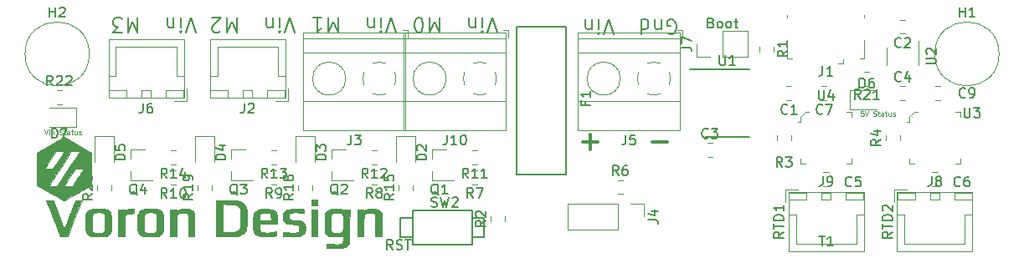
<source format=gbr>
G04 #@! TF.GenerationSoftware,KiCad,Pcbnew,(5.1.5)-3*
G04 #@! TF.CreationDate,2021-01-18T14:34:05-06:00*
G04 #@! TF.ProjectId,USB-PT100,5553422d-5054-4313-9030-2e6b69636164,B*
G04 #@! TF.SameCoordinates,Original*
G04 #@! TF.FileFunction,Legend,Top*
G04 #@! TF.FilePolarity,Positive*
%FSLAX46Y46*%
G04 Gerber Fmt 4.6, Leading zero omitted, Abs format (unit mm)*
G04 Created by KiCad (PCBNEW (5.1.5)-3) date 2021-01-18 14:34:05*
%MOMM*%
%LPD*%
G04 APERTURE LIST*
%ADD10C,0.150000*%
%ADD11C,0.100000*%
%ADD12C,0.300000*%
%ADD13C,0.120000*%
%ADD14C,0.200000*%
%ADD15C,0.010000*%
G04 APERTURE END LIST*
D10*
X177452380Y-98047619D02*
X176976190Y-98380952D01*
X177452380Y-98619047D02*
X176452380Y-98619047D01*
X176452380Y-98238095D01*
X176500000Y-98142857D01*
X176547619Y-98095238D01*
X176642857Y-98047619D01*
X176785714Y-98047619D01*
X176880952Y-98095238D01*
X176928571Y-98142857D01*
X176976190Y-98238095D01*
X176976190Y-98619047D01*
X176452380Y-97761904D02*
X176452380Y-97190476D01*
X177452380Y-97476190D02*
X176452380Y-97476190D01*
X177452380Y-96857142D02*
X176452380Y-96857142D01*
X176452380Y-96619047D01*
X176500000Y-96476190D01*
X176595238Y-96380952D01*
X176690476Y-96333333D01*
X176880952Y-96285714D01*
X177023809Y-96285714D01*
X177214285Y-96333333D01*
X177309523Y-96380952D01*
X177404761Y-96476190D01*
X177452380Y-96619047D01*
X177452380Y-96857142D01*
X177452380Y-95333333D02*
X177452380Y-95904761D01*
X177452380Y-95619047D02*
X176452380Y-95619047D01*
X176595238Y-95714285D01*
X176690476Y-95809523D01*
X176738095Y-95904761D01*
D11*
X102705047Y-87687190D02*
X102871714Y-88187190D01*
X103038380Y-87687190D01*
X103205047Y-88187190D02*
X103205047Y-87853857D01*
X103205047Y-87687190D02*
X103181238Y-87711000D01*
X103205047Y-87734809D01*
X103228857Y-87711000D01*
X103205047Y-87687190D01*
X103205047Y-87734809D01*
X103443142Y-87853857D02*
X103443142Y-88187190D01*
X103443142Y-87901476D02*
X103466952Y-87877666D01*
X103514571Y-87853857D01*
X103586000Y-87853857D01*
X103633619Y-87877666D01*
X103657428Y-87925285D01*
X103657428Y-88187190D01*
X104252666Y-88163380D02*
X104324095Y-88187190D01*
X104443142Y-88187190D01*
X104490761Y-88163380D01*
X104514571Y-88139571D01*
X104538380Y-88091952D01*
X104538380Y-88044333D01*
X104514571Y-87996714D01*
X104490761Y-87972904D01*
X104443142Y-87949095D01*
X104347904Y-87925285D01*
X104300285Y-87901476D01*
X104276476Y-87877666D01*
X104252666Y-87830047D01*
X104252666Y-87782428D01*
X104276476Y-87734809D01*
X104300285Y-87711000D01*
X104347904Y-87687190D01*
X104466952Y-87687190D01*
X104538380Y-87711000D01*
X104681238Y-87853857D02*
X104871714Y-87853857D01*
X104752666Y-87687190D02*
X104752666Y-88115761D01*
X104776476Y-88163380D01*
X104824095Y-88187190D01*
X104871714Y-88187190D01*
X105252666Y-88187190D02*
X105252666Y-87925285D01*
X105228857Y-87877666D01*
X105181238Y-87853857D01*
X105086000Y-87853857D01*
X105038380Y-87877666D01*
X105252666Y-88163380D02*
X105205047Y-88187190D01*
X105086000Y-88187190D01*
X105038380Y-88163380D01*
X105014571Y-88115761D01*
X105014571Y-88068142D01*
X105038380Y-88020523D01*
X105086000Y-87996714D01*
X105205047Y-87996714D01*
X105252666Y-87972904D01*
X105419333Y-87853857D02*
X105609809Y-87853857D01*
X105490761Y-87687190D02*
X105490761Y-88115761D01*
X105514571Y-88163380D01*
X105562190Y-88187190D01*
X105609809Y-88187190D01*
X105990761Y-87853857D02*
X105990761Y-88187190D01*
X105776476Y-87853857D02*
X105776476Y-88115761D01*
X105800285Y-88163380D01*
X105847904Y-88187190D01*
X105919333Y-88187190D01*
X105966952Y-88163380D01*
X105990761Y-88139571D01*
X106205047Y-88163380D02*
X106252666Y-88187190D01*
X106347904Y-88187190D01*
X106395523Y-88163380D01*
X106419333Y-88115761D01*
X106419333Y-88091952D01*
X106395523Y-88044333D01*
X106347904Y-88020523D01*
X106276476Y-88020523D01*
X106228857Y-87996714D01*
X106205047Y-87949095D01*
X106205047Y-87925285D01*
X106228857Y-87877666D01*
X106276476Y-87853857D01*
X106347904Y-87853857D01*
X106395523Y-87877666D01*
X185535714Y-85782190D02*
X185297619Y-85782190D01*
X185273809Y-86020285D01*
X185297619Y-85996476D01*
X185345238Y-85972666D01*
X185464285Y-85972666D01*
X185511904Y-85996476D01*
X185535714Y-86020285D01*
X185559523Y-86067904D01*
X185559523Y-86186952D01*
X185535714Y-86234571D01*
X185511904Y-86258380D01*
X185464285Y-86282190D01*
X185345238Y-86282190D01*
X185297619Y-86258380D01*
X185273809Y-86234571D01*
X185702380Y-85782190D02*
X185869047Y-86282190D01*
X186035714Y-85782190D01*
X186559523Y-86258380D02*
X186630952Y-86282190D01*
X186750000Y-86282190D01*
X186797619Y-86258380D01*
X186821428Y-86234571D01*
X186845238Y-86186952D01*
X186845238Y-86139333D01*
X186821428Y-86091714D01*
X186797619Y-86067904D01*
X186750000Y-86044095D01*
X186654761Y-86020285D01*
X186607142Y-85996476D01*
X186583333Y-85972666D01*
X186559523Y-85925047D01*
X186559523Y-85877428D01*
X186583333Y-85829809D01*
X186607142Y-85806000D01*
X186654761Y-85782190D01*
X186773809Y-85782190D01*
X186845238Y-85806000D01*
X186988095Y-85948857D02*
X187178571Y-85948857D01*
X187059523Y-85782190D02*
X187059523Y-86210761D01*
X187083333Y-86258380D01*
X187130952Y-86282190D01*
X187178571Y-86282190D01*
X187559523Y-86282190D02*
X187559523Y-86020285D01*
X187535714Y-85972666D01*
X187488095Y-85948857D01*
X187392857Y-85948857D01*
X187345238Y-85972666D01*
X187559523Y-86258380D02*
X187511904Y-86282190D01*
X187392857Y-86282190D01*
X187345238Y-86258380D01*
X187321428Y-86210761D01*
X187321428Y-86163142D01*
X187345238Y-86115523D01*
X187392857Y-86091714D01*
X187511904Y-86091714D01*
X187559523Y-86067904D01*
X187726190Y-85948857D02*
X187916666Y-85948857D01*
X187797619Y-85782190D02*
X187797619Y-86210761D01*
X187821428Y-86258380D01*
X187869047Y-86282190D01*
X187916666Y-86282190D01*
X188297619Y-85948857D02*
X188297619Y-86282190D01*
X188083333Y-85948857D02*
X188083333Y-86210761D01*
X188107142Y-86258380D01*
X188154761Y-86282190D01*
X188226190Y-86282190D01*
X188273809Y-86258380D01*
X188297619Y-86234571D01*
X188511904Y-86258380D02*
X188559523Y-86282190D01*
X188654761Y-86282190D01*
X188702380Y-86258380D01*
X188726190Y-86210761D01*
X188726190Y-86186952D01*
X188702380Y-86139333D01*
X188654761Y-86115523D01*
X188583333Y-86115523D01*
X188535714Y-86091714D01*
X188511904Y-86044095D01*
X188511904Y-86020285D01*
X188535714Y-85972666D01*
X188583333Y-85948857D01*
X188654761Y-85948857D01*
X188702380Y-85972666D01*
D12*
X157136285Y-88961857D02*
X158660095Y-88961857D01*
X157898190Y-89723761D02*
X157898190Y-88199952D01*
X164183904Y-88961857D02*
X165707714Y-88961857D01*
D13*
X107250000Y-80000000D02*
G75*
G03X107250000Y-80000000I-3250000J0D01*
G01*
X199250000Y-80000000D02*
G75*
G03X199250000Y-80000000I-3250000J0D01*
G01*
D10*
X181040095Y-98452380D02*
X181611523Y-98452380D01*
X181325809Y-99452380D02*
X181325809Y-98452380D01*
X182468666Y-99452380D02*
X181897238Y-99452380D01*
X182182952Y-99452380D02*
X182182952Y-98452380D01*
X182087714Y-98595238D01*
X181992476Y-98690476D01*
X181897238Y-98738095D01*
X137947380Y-99843380D02*
X137614047Y-99367190D01*
X137375952Y-99843380D02*
X137375952Y-98843380D01*
X137756904Y-98843380D01*
X137852142Y-98891000D01*
X137899761Y-98938619D01*
X137947380Y-99033857D01*
X137947380Y-99176714D01*
X137899761Y-99271952D01*
X137852142Y-99319571D01*
X137756904Y-99367190D01*
X137375952Y-99367190D01*
X138328333Y-99795761D02*
X138471190Y-99843380D01*
X138709285Y-99843380D01*
X138804523Y-99795761D01*
X138852142Y-99748142D01*
X138899761Y-99652904D01*
X138899761Y-99557666D01*
X138852142Y-99462428D01*
X138804523Y-99414809D01*
X138709285Y-99367190D01*
X138518809Y-99319571D01*
X138423571Y-99271952D01*
X138375952Y-99224333D01*
X138328333Y-99129095D01*
X138328333Y-99033857D01*
X138375952Y-98938619D01*
X138423571Y-98891000D01*
X138518809Y-98843380D01*
X138756904Y-98843380D01*
X138899761Y-98891000D01*
X139185476Y-98843380D02*
X139756904Y-98843380D01*
X139471190Y-99843380D02*
X139471190Y-98843380D01*
D14*
X148500000Y-77821428D02*
X148000000Y-76321428D01*
X147500000Y-77821428D01*
X147000000Y-76321428D02*
X147000000Y-77321428D01*
X147000000Y-77821428D02*
X147071428Y-77750000D01*
X147000000Y-77678571D01*
X146928571Y-77750000D01*
X147000000Y-77821428D01*
X147000000Y-77678571D01*
X146285714Y-77321428D02*
X146285714Y-76321428D01*
X146285714Y-77178571D02*
X146214285Y-77250000D01*
X146071428Y-77321428D01*
X145857142Y-77321428D01*
X145714285Y-77250000D01*
X145642857Y-77107142D01*
X145642857Y-76321428D01*
X142642857Y-76321428D02*
X142642857Y-77821428D01*
X142142857Y-76750000D01*
X141642857Y-77821428D01*
X141642857Y-76321428D01*
X140642857Y-77821428D02*
X140500000Y-77821428D01*
X140357142Y-77750000D01*
X140285714Y-77678571D01*
X140214285Y-77535714D01*
X140142857Y-77250000D01*
X140142857Y-76892857D01*
X140214285Y-76607142D01*
X140285714Y-76464285D01*
X140357142Y-76392857D01*
X140500000Y-76321428D01*
X140642857Y-76321428D01*
X140785714Y-76392857D01*
X140857142Y-76464285D01*
X140928571Y-76607142D01*
X141000000Y-76892857D01*
X141000000Y-77250000D01*
X140928571Y-77535714D01*
X140857142Y-77678571D01*
X140785714Y-77750000D01*
X140642857Y-77821428D01*
X128000000Y-77821428D02*
X127500000Y-76321428D01*
X127000000Y-77821428D01*
X126500000Y-76321428D02*
X126500000Y-77321428D01*
X126500000Y-77821428D02*
X126571428Y-77750000D01*
X126500000Y-77678571D01*
X126428571Y-77750000D01*
X126500000Y-77821428D01*
X126500000Y-77678571D01*
X125785714Y-77321428D02*
X125785714Y-76321428D01*
X125785714Y-77178571D02*
X125714285Y-77250000D01*
X125571428Y-77321428D01*
X125357142Y-77321428D01*
X125214285Y-77250000D01*
X125142857Y-77107142D01*
X125142857Y-76321428D01*
X122142857Y-76321428D02*
X122142857Y-77821428D01*
X121642857Y-76750000D01*
X121142857Y-77821428D01*
X121142857Y-76321428D01*
X120500000Y-77678571D02*
X120428571Y-77750000D01*
X120285714Y-77821428D01*
X119928571Y-77821428D01*
X119785714Y-77750000D01*
X119714285Y-77678571D01*
X119642857Y-77535714D01*
X119642857Y-77392857D01*
X119714285Y-77178571D01*
X120571428Y-76321428D01*
X119642857Y-76321428D01*
X138250000Y-77821428D02*
X137750000Y-76321428D01*
X137250000Y-77821428D01*
X136750000Y-76321428D02*
X136750000Y-77321428D01*
X136750000Y-77821428D02*
X136821428Y-77750000D01*
X136750000Y-77678571D01*
X136678571Y-77750000D01*
X136750000Y-77821428D01*
X136750000Y-77678571D01*
X136035714Y-77321428D02*
X136035714Y-76321428D01*
X136035714Y-77178571D02*
X135964285Y-77250000D01*
X135821428Y-77321428D01*
X135607142Y-77321428D01*
X135464285Y-77250000D01*
X135392857Y-77107142D01*
X135392857Y-76321428D01*
X132392857Y-76321428D02*
X132392857Y-77821428D01*
X131892857Y-76750000D01*
X131392857Y-77821428D01*
X131392857Y-76321428D01*
X129892857Y-76321428D02*
X130750000Y-76321428D01*
X130321428Y-76321428D02*
X130321428Y-77821428D01*
X130464285Y-77607142D01*
X130607142Y-77464285D01*
X130750000Y-77392857D01*
X165785714Y-77909000D02*
X165928571Y-77980428D01*
X166142857Y-77980428D01*
X166357142Y-77909000D01*
X166500000Y-77766142D01*
X166571428Y-77623285D01*
X166642857Y-77337571D01*
X166642857Y-77123285D01*
X166571428Y-76837571D01*
X166500000Y-76694714D01*
X166357142Y-76551857D01*
X166142857Y-76480428D01*
X166000000Y-76480428D01*
X165785714Y-76551857D01*
X165714285Y-76623285D01*
X165714285Y-77123285D01*
X166000000Y-77123285D01*
X165071428Y-77480428D02*
X165071428Y-76480428D01*
X165071428Y-77337571D02*
X165000000Y-77409000D01*
X164857142Y-77480428D01*
X164642857Y-77480428D01*
X164500000Y-77409000D01*
X164428571Y-77266142D01*
X164428571Y-76480428D01*
X163071428Y-76480428D02*
X163071428Y-77980428D01*
X163071428Y-76551857D02*
X163214285Y-76480428D01*
X163500000Y-76480428D01*
X163642857Y-76551857D01*
X163714285Y-76623285D01*
X163785714Y-76766142D01*
X163785714Y-77194714D01*
X163714285Y-77337571D01*
X163642857Y-77409000D01*
X163500000Y-77480428D01*
X163214285Y-77480428D01*
X163071428Y-77409000D01*
X160285714Y-77980428D02*
X159785714Y-76480428D01*
X159285714Y-77980428D01*
X158785714Y-76480428D02*
X158785714Y-77480428D01*
X158785714Y-77980428D02*
X158857142Y-77909000D01*
X158785714Y-77837571D01*
X158714285Y-77909000D01*
X158785714Y-77980428D01*
X158785714Y-77837571D01*
X158071428Y-77480428D02*
X158071428Y-76480428D01*
X158071428Y-77337571D02*
X158000000Y-77409000D01*
X157857142Y-77480428D01*
X157642857Y-77480428D01*
X157500000Y-77409000D01*
X157428571Y-77266142D01*
X157428571Y-76480428D01*
D10*
X170130952Y-76840571D02*
X170273809Y-76888190D01*
X170321428Y-76935809D01*
X170369047Y-77031047D01*
X170369047Y-77173904D01*
X170321428Y-77269142D01*
X170273809Y-77316761D01*
X170178571Y-77364380D01*
X169797619Y-77364380D01*
X169797619Y-76364380D01*
X170130952Y-76364380D01*
X170226190Y-76412000D01*
X170273809Y-76459619D01*
X170321428Y-76554857D01*
X170321428Y-76650095D01*
X170273809Y-76745333D01*
X170226190Y-76792952D01*
X170130952Y-76840571D01*
X169797619Y-76840571D01*
X170940476Y-77364380D02*
X170845238Y-77316761D01*
X170797619Y-77269142D01*
X170750000Y-77173904D01*
X170750000Y-76888190D01*
X170797619Y-76792952D01*
X170845238Y-76745333D01*
X170940476Y-76697714D01*
X171083333Y-76697714D01*
X171178571Y-76745333D01*
X171226190Y-76792952D01*
X171273809Y-76888190D01*
X171273809Y-77173904D01*
X171226190Y-77269142D01*
X171178571Y-77316761D01*
X171083333Y-77364380D01*
X170940476Y-77364380D01*
X171845238Y-77364380D02*
X171750000Y-77316761D01*
X171702380Y-77269142D01*
X171654761Y-77173904D01*
X171654761Y-76888190D01*
X171702380Y-76792952D01*
X171750000Y-76745333D01*
X171845238Y-76697714D01*
X171988095Y-76697714D01*
X172083333Y-76745333D01*
X172130952Y-76792952D01*
X172178571Y-76888190D01*
X172178571Y-77173904D01*
X172130952Y-77269142D01*
X172083333Y-77316761D01*
X171988095Y-77364380D01*
X171845238Y-77364380D01*
X172464285Y-76697714D02*
X172845238Y-76697714D01*
X172607142Y-76364380D02*
X172607142Y-77221523D01*
X172654761Y-77316761D01*
X172750000Y-77364380D01*
X172845238Y-77364380D01*
D14*
X118000000Y-77821428D02*
X117500000Y-76321428D01*
X117000000Y-77821428D01*
X116500000Y-76321428D02*
X116500000Y-77321428D01*
X116500000Y-77821428D02*
X116571428Y-77750000D01*
X116500000Y-77678571D01*
X116428571Y-77750000D01*
X116500000Y-77821428D01*
X116500000Y-77678571D01*
X115785714Y-77321428D02*
X115785714Y-76321428D01*
X115785714Y-77178571D02*
X115714285Y-77250000D01*
X115571428Y-77321428D01*
X115357142Y-77321428D01*
X115214285Y-77250000D01*
X115142857Y-77107142D01*
X115142857Y-76321428D01*
X112142857Y-76321428D02*
X112142857Y-77821428D01*
X111642857Y-76750000D01*
X111142857Y-77821428D01*
X111142857Y-76321428D01*
X110571428Y-77821428D02*
X109642857Y-77821428D01*
X110142857Y-77250000D01*
X109928571Y-77250000D01*
X109785714Y-77178571D01*
X109714285Y-77107142D01*
X109642857Y-76964285D01*
X109642857Y-76607142D01*
X109714285Y-76464285D01*
X109785714Y-76392857D01*
X109928571Y-76321428D01*
X110357142Y-76321428D01*
X110500000Y-76392857D01*
X110571428Y-76464285D01*
D10*
X188452380Y-98047619D02*
X187976190Y-98380952D01*
X188452380Y-98619047D02*
X187452380Y-98619047D01*
X187452380Y-98238095D01*
X187500000Y-98142857D01*
X187547619Y-98095238D01*
X187642857Y-98047619D01*
X187785714Y-98047619D01*
X187880952Y-98095238D01*
X187928571Y-98142857D01*
X187976190Y-98238095D01*
X187976190Y-98619047D01*
X187452380Y-97761904D02*
X187452380Y-97190476D01*
X188452380Y-97476190D02*
X187452380Y-97476190D01*
X188452380Y-96857142D02*
X187452380Y-96857142D01*
X187452380Y-96619047D01*
X187500000Y-96476190D01*
X187595238Y-96380952D01*
X187690476Y-96333333D01*
X187880952Y-96285714D01*
X188023809Y-96285714D01*
X188214285Y-96333333D01*
X188309523Y-96380952D01*
X188404761Y-96476190D01*
X188452380Y-96619047D01*
X188452380Y-96857142D01*
X187547619Y-95904761D02*
X187500000Y-95857142D01*
X187452380Y-95761904D01*
X187452380Y-95523809D01*
X187500000Y-95428571D01*
X187547619Y-95380952D01*
X187642857Y-95333333D01*
X187738095Y-95333333D01*
X187880952Y-95380952D01*
X188452380Y-95952380D01*
X188452380Y-95333333D01*
D13*
X160678922Y-94210000D02*
X161196078Y-94210000D01*
X160678922Y-92790000D02*
X161196078Y-92790000D01*
X163330000Y-95170000D02*
X163330000Y-96500000D01*
X162000000Y-95170000D02*
X163330000Y-95170000D01*
X160730000Y-95170000D02*
X160730000Y-97830000D01*
X160730000Y-97830000D02*
X155590000Y-97830000D01*
X160730000Y-95170000D02*
X155590000Y-95170000D01*
X155590000Y-95170000D02*
X155590000Y-97830000D01*
X117100000Y-84750000D02*
X117100000Y-83500000D01*
X115850000Y-84750000D02*
X117100000Y-84750000D01*
X109950000Y-79250000D02*
X113000000Y-79250000D01*
X109950000Y-82200000D02*
X109950000Y-79250000D01*
X109200000Y-82200000D02*
X109950000Y-82200000D01*
X116050000Y-79250000D02*
X113000000Y-79250000D01*
X116050000Y-82200000D02*
X116050000Y-79250000D01*
X116800000Y-82200000D02*
X116050000Y-82200000D01*
X109200000Y-84450000D02*
X111000000Y-84450000D01*
X109200000Y-83700000D02*
X109200000Y-84450000D01*
X111000000Y-83700000D02*
X109200000Y-83700000D01*
X111000000Y-84450000D02*
X111000000Y-83700000D01*
X115000000Y-84450000D02*
X116800000Y-84450000D01*
X115000000Y-83700000D02*
X115000000Y-84450000D01*
X116800000Y-83700000D02*
X115000000Y-83700000D01*
X116800000Y-84450000D02*
X116800000Y-83700000D01*
X112500000Y-84450000D02*
X113500000Y-84450000D01*
X112500000Y-83700000D02*
X112500000Y-84450000D01*
X113500000Y-83700000D02*
X112500000Y-83700000D01*
X113500000Y-84450000D02*
X113500000Y-83700000D01*
X109190000Y-84460000D02*
X116810000Y-84460000D01*
X109190000Y-78490000D02*
X109190000Y-84460000D01*
X116810000Y-78490000D02*
X109190000Y-78490000D01*
X116810000Y-84460000D02*
X116810000Y-78490000D01*
X127350000Y-84750000D02*
X127350000Y-83500000D01*
X126100000Y-84750000D02*
X127350000Y-84750000D01*
X120200000Y-79250000D02*
X123250000Y-79250000D01*
X120200000Y-82200000D02*
X120200000Y-79250000D01*
X119450000Y-82200000D02*
X120200000Y-82200000D01*
X126300000Y-79250000D02*
X123250000Y-79250000D01*
X126300000Y-82200000D02*
X126300000Y-79250000D01*
X127050000Y-82200000D02*
X126300000Y-82200000D01*
X119450000Y-84450000D02*
X121250000Y-84450000D01*
X119450000Y-83700000D02*
X119450000Y-84450000D01*
X121250000Y-83700000D02*
X119450000Y-83700000D01*
X121250000Y-84450000D02*
X121250000Y-83700000D01*
X125250000Y-84450000D02*
X127050000Y-84450000D01*
X125250000Y-83700000D02*
X125250000Y-84450000D01*
X127050000Y-83700000D02*
X125250000Y-83700000D01*
X127050000Y-84450000D02*
X127050000Y-83700000D01*
X122750000Y-84450000D02*
X123750000Y-84450000D01*
X122750000Y-83700000D02*
X122750000Y-84450000D01*
X123750000Y-83700000D02*
X122750000Y-83700000D01*
X123750000Y-84450000D02*
X123750000Y-83700000D01*
X119440000Y-84460000D02*
X127060000Y-84460000D01*
X119440000Y-78490000D02*
X119440000Y-84460000D01*
X127060000Y-78490000D02*
X119440000Y-78490000D01*
X127060000Y-84460000D02*
X127060000Y-78490000D01*
X149590000Y-77600000D02*
X149090000Y-77600000D01*
X149590000Y-78340000D02*
X149590000Y-77600000D01*
X142897000Y-81477000D02*
X142944000Y-81431000D01*
X140600000Y-83775000D02*
X140635000Y-83739000D01*
X142704000Y-81261000D02*
X142739000Y-81226000D01*
X140395000Y-83569000D02*
X140442000Y-83523000D01*
X139070000Y-87761000D02*
X139070000Y-77840000D01*
X149350000Y-87761000D02*
X149350000Y-77840000D01*
X149350000Y-77840000D02*
X139070000Y-77840000D01*
X149350000Y-87761000D02*
X139070000Y-87761000D01*
X149350000Y-84801000D02*
X139070000Y-84801000D01*
X149350000Y-79900000D02*
X139070000Y-79900000D01*
X149350000Y-78400000D02*
X139070000Y-78400000D01*
X143350000Y-82500000D02*
G75*
G03X143350000Y-82500000I-1680000J0D01*
G01*
X146721195Y-80819747D02*
G75*
G02X147434000Y-80965000I28805J-1680253D01*
G01*
X148285426Y-81816958D02*
G75*
G02X148285000Y-83184000I-1535426J-683042D01*
G01*
X147433042Y-84035426D02*
G75*
G02X146066000Y-84035000I-683042J1535426D01*
G01*
X145214574Y-83183042D02*
G75*
G02X145215000Y-81816000I1535426J683042D01*
G01*
X146066682Y-80965244D02*
G75*
G02X146750000Y-80820000I683318J-1534756D01*
G01*
X139430000Y-77600000D02*
X138930000Y-77600000D01*
X139430000Y-78340000D02*
X139430000Y-77600000D01*
X132737000Y-81477000D02*
X132784000Y-81431000D01*
X130440000Y-83775000D02*
X130475000Y-83739000D01*
X132544000Y-81261000D02*
X132579000Y-81226000D01*
X130235000Y-83569000D02*
X130282000Y-83523000D01*
X128910000Y-87761000D02*
X128910000Y-77840000D01*
X139190000Y-87761000D02*
X139190000Y-77840000D01*
X139190000Y-77840000D02*
X128910000Y-77840000D01*
X139190000Y-87761000D02*
X128910000Y-87761000D01*
X139190000Y-84801000D02*
X128910000Y-84801000D01*
X139190000Y-79900000D02*
X128910000Y-79900000D01*
X139190000Y-78400000D02*
X128910000Y-78400000D01*
X133190000Y-82500000D02*
G75*
G03X133190000Y-82500000I-1680000J0D01*
G01*
X136561195Y-80819747D02*
G75*
G02X137274000Y-80965000I28805J-1680253D01*
G01*
X138125426Y-81816958D02*
G75*
G02X138125000Y-83184000I-1535426J-683042D01*
G01*
X137273042Y-84035426D02*
G75*
G02X135906000Y-84035000I-683042J1535426D01*
G01*
X135054574Y-83183042D02*
G75*
G02X135055000Y-81816000I1535426J683042D01*
G01*
X135906682Y-80965244D02*
G75*
G02X136590000Y-80820000I683318J-1534756D01*
G01*
X193321078Y-83290000D02*
X192803922Y-83290000D01*
X193321078Y-84710000D02*
X192803922Y-84710000D01*
X181821078Y-83290000D02*
X181303922Y-83290000D01*
X181821078Y-84710000D02*
X181303922Y-84710000D01*
X189210000Y-88758578D02*
X189210000Y-88241422D01*
X187790000Y-88758578D02*
X187790000Y-88241422D01*
X178210000Y-88758578D02*
X178210000Y-88241422D01*
X176790000Y-88758578D02*
X176790000Y-88241422D01*
X192491422Y-92000000D02*
X193008578Y-92000000D01*
X192491422Y-93420000D02*
X193008578Y-93420000D01*
X181491422Y-93420000D02*
X182008578Y-93420000D01*
X181491422Y-92000000D02*
X182008578Y-92000000D01*
X177650000Y-93750000D02*
X177650000Y-95000000D01*
X178900000Y-93750000D02*
X177650000Y-93750000D01*
X184800000Y-99250000D02*
X181750000Y-99250000D01*
X184800000Y-96300000D02*
X184800000Y-99250000D01*
X185550000Y-96300000D02*
X184800000Y-96300000D01*
X178700000Y-99250000D02*
X181750000Y-99250000D01*
X178700000Y-96300000D02*
X178700000Y-99250000D01*
X177950000Y-96300000D02*
X178700000Y-96300000D01*
X185550000Y-94050000D02*
X183750000Y-94050000D01*
X185550000Y-94800000D02*
X185550000Y-94050000D01*
X183750000Y-94800000D02*
X185550000Y-94800000D01*
X183750000Y-94050000D02*
X183750000Y-94800000D01*
X179750000Y-94050000D02*
X177950000Y-94050000D01*
X179750000Y-94800000D02*
X179750000Y-94050000D01*
X177950000Y-94800000D02*
X179750000Y-94800000D01*
X177950000Y-94050000D02*
X177950000Y-94800000D01*
X182250000Y-94050000D02*
X181250000Y-94050000D01*
X182250000Y-94800000D02*
X182250000Y-94050000D01*
X181250000Y-94800000D02*
X182250000Y-94800000D01*
X181250000Y-94050000D02*
X181250000Y-94800000D01*
X185560000Y-94040000D02*
X177940000Y-94040000D01*
X185560000Y-100010000D02*
X185560000Y-94040000D01*
X177940000Y-100010000D02*
X185560000Y-100010000D01*
X177940000Y-94040000D02*
X177940000Y-100010000D01*
X188650000Y-93750000D02*
X188650000Y-95000000D01*
X189900000Y-93750000D02*
X188650000Y-93750000D01*
X195800000Y-99250000D02*
X192750000Y-99250000D01*
X195800000Y-96300000D02*
X195800000Y-99250000D01*
X196550000Y-96300000D02*
X195800000Y-96300000D01*
X189700000Y-99250000D02*
X192750000Y-99250000D01*
X189700000Y-96300000D02*
X189700000Y-99250000D01*
X188950000Y-96300000D02*
X189700000Y-96300000D01*
X196550000Y-94050000D02*
X194750000Y-94050000D01*
X196550000Y-94800000D02*
X196550000Y-94050000D01*
X194750000Y-94800000D02*
X196550000Y-94800000D01*
X194750000Y-94050000D02*
X194750000Y-94800000D01*
X190750000Y-94050000D02*
X188950000Y-94050000D01*
X190750000Y-94800000D02*
X190750000Y-94050000D01*
X188950000Y-94800000D02*
X190750000Y-94800000D01*
X188950000Y-94050000D02*
X188950000Y-94800000D01*
X193250000Y-94050000D02*
X192250000Y-94050000D01*
X193250000Y-94800000D02*
X193250000Y-94050000D01*
X192250000Y-94800000D02*
X193250000Y-94800000D01*
X192250000Y-94050000D02*
X192250000Y-94800000D01*
X196560000Y-94040000D02*
X188940000Y-94040000D01*
X196560000Y-100010000D02*
X196560000Y-94040000D01*
X188940000Y-100010000D02*
X196560000Y-100010000D01*
X188940000Y-94040000D02*
X188940000Y-100010000D01*
D11*
X179150000Y-91100000D02*
X179150000Y-90600000D01*
X179150000Y-91100000D02*
X179650000Y-91100000D01*
X184350000Y-91100000D02*
X184350000Y-90600000D01*
X184350000Y-91100000D02*
X183850000Y-91100000D01*
X184350000Y-85900000D02*
X183850000Y-85900000D01*
X184350000Y-85900000D02*
X184350000Y-86400000D01*
X179150000Y-86900000D02*
X178950000Y-86900000D01*
X179150000Y-86400000D02*
X179150000Y-86900000D01*
X179650000Y-85900000D02*
X179150000Y-86400000D01*
X180050000Y-85900000D02*
X179650000Y-85900000D01*
X190150000Y-91100000D02*
X190150000Y-90600000D01*
X190150000Y-91100000D02*
X190650000Y-91100000D01*
X195350000Y-91100000D02*
X195350000Y-90600000D01*
X195350000Y-91100000D02*
X194850000Y-91100000D01*
X195350000Y-85900000D02*
X194850000Y-85900000D01*
X195350000Y-85900000D02*
X195350000Y-86400000D01*
X190150000Y-86900000D02*
X189950000Y-86900000D01*
X190150000Y-86400000D02*
X190150000Y-86900000D01*
X190650000Y-85900000D02*
X190150000Y-86400000D01*
X191050000Y-85900000D02*
X190650000Y-85900000D01*
D13*
X191119000Y-81139000D02*
X191119000Y-78689000D01*
X187899000Y-79339000D02*
X187899000Y-81139000D01*
D10*
X168000000Y-81550000D02*
X173975000Y-81550000D01*
X169525000Y-88450000D02*
X173975000Y-88450000D01*
X139940000Y-95863000D02*
X145940000Y-95863000D01*
X145940000Y-99363000D02*
X139940000Y-99363000D01*
X145940000Y-99363000D02*
X145940000Y-95863000D01*
X139940000Y-95863000D02*
X139940000Y-99363000D01*
X139940000Y-98613000D02*
X138690000Y-98613000D01*
X138690000Y-98613000D02*
X138690000Y-96613000D01*
X138690000Y-96613000D02*
X139940000Y-96613000D01*
X147190000Y-98613000D02*
X145940000Y-98613000D01*
X145940000Y-96613000D02*
X147190000Y-96613000D01*
X147190000Y-96613000D02*
X147190000Y-98613000D01*
D13*
X103946422Y-85115000D02*
X104463578Y-85115000D01*
X103946422Y-83695000D02*
X104463578Y-83695000D01*
X186124578Y-81790000D02*
X185607422Y-81790000D01*
X186124578Y-83210000D02*
X185607422Y-83210000D01*
X109487000Y-93807578D02*
X109487000Y-93290422D01*
X108067000Y-93807578D02*
X108067000Y-93290422D01*
X119647000Y-93807578D02*
X119647000Y-93290422D01*
X118227000Y-93807578D02*
X118227000Y-93290422D01*
X129807000Y-93807578D02*
X129807000Y-93290422D01*
X128387000Y-93807578D02*
X128387000Y-93290422D01*
X139967000Y-93807578D02*
X139967000Y-93290422D01*
X138547000Y-93807578D02*
X138547000Y-93290422D01*
X116004578Y-89790000D02*
X115487422Y-89790000D01*
X116004578Y-91210000D02*
X115487422Y-91210000D01*
X126164578Y-89790000D02*
X125647422Y-89790000D01*
X126164578Y-91210000D02*
X125647422Y-91210000D01*
X136324578Y-89790000D02*
X135807422Y-89790000D01*
X136324578Y-91210000D02*
X135807422Y-91210000D01*
X146484578Y-89790000D02*
X145967422Y-89790000D01*
X146484578Y-91210000D02*
X145967422Y-91210000D01*
X116004578Y-91790000D02*
X115487422Y-91790000D01*
X116004578Y-93210000D02*
X115487422Y-93210000D01*
X126164578Y-91790000D02*
X125647422Y-91790000D01*
X126164578Y-93210000D02*
X125647422Y-93210000D01*
X136324578Y-91790000D02*
X135807422Y-91790000D01*
X136324578Y-93210000D02*
X135807422Y-93210000D01*
X146484578Y-91790000D02*
X145967422Y-91790000D01*
X146484578Y-93210000D02*
X145967422Y-93210000D01*
X149238000Y-96982578D02*
X149238000Y-96465422D01*
X147818000Y-96982578D02*
X147818000Y-96465422D01*
X175040000Y-79241422D02*
X175040000Y-79758578D01*
X176460000Y-79241422D02*
X176460000Y-79758578D01*
X111436000Y-89670000D02*
X112896000Y-89670000D01*
X111436000Y-92830000D02*
X113596000Y-92830000D01*
X111436000Y-92830000D02*
X111436000Y-91900000D01*
X111436000Y-89670000D02*
X111436000Y-90600000D01*
X121596000Y-89670000D02*
X123056000Y-89670000D01*
X121596000Y-92830000D02*
X123756000Y-92830000D01*
X121596000Y-92830000D02*
X121596000Y-91900000D01*
X121596000Y-89670000D02*
X121596000Y-90600000D01*
X131756000Y-89670000D02*
X133216000Y-89670000D01*
X131756000Y-92830000D02*
X133916000Y-92830000D01*
X131756000Y-92830000D02*
X131756000Y-91900000D01*
X131756000Y-89670000D02*
X131756000Y-90600000D01*
X141916000Y-89670000D02*
X143376000Y-89670000D01*
X141916000Y-92830000D02*
X144076000Y-92830000D01*
X141916000Y-92830000D02*
X141916000Y-91900000D01*
X141916000Y-89670000D02*
X141916000Y-90600000D01*
X168670000Y-80330000D02*
X168670000Y-79000000D01*
X170000000Y-80330000D02*
X168670000Y-80330000D01*
X171270000Y-80330000D02*
X171270000Y-77670000D01*
X171270000Y-77670000D02*
X173870000Y-77670000D01*
X171270000Y-80330000D02*
X173870000Y-80330000D01*
X173870000Y-80330000D02*
X173870000Y-77670000D01*
X167190000Y-77600000D02*
X166690000Y-77600000D01*
X167190000Y-78340000D02*
X167190000Y-77600000D01*
X160497000Y-81477000D02*
X160544000Y-81431000D01*
X158200000Y-83775000D02*
X158235000Y-83739000D01*
X160304000Y-81261000D02*
X160339000Y-81226000D01*
X157995000Y-83569000D02*
X158042000Y-83523000D01*
X156670000Y-87761000D02*
X156670000Y-77840000D01*
X166950000Y-87761000D02*
X166950000Y-77840000D01*
X166950000Y-77840000D02*
X156670000Y-77840000D01*
X166950000Y-87761000D02*
X156670000Y-87761000D01*
X166950000Y-84801000D02*
X156670000Y-84801000D01*
X166950000Y-79900000D02*
X156670000Y-79900000D01*
X166950000Y-78400000D02*
X156670000Y-78400000D01*
X160950000Y-82500000D02*
G75*
G03X160950000Y-82500000I-1680000J0D01*
G01*
X164321195Y-80819747D02*
G75*
G02X165034000Y-80965000I28805J-1680253D01*
G01*
X165885426Y-81816958D02*
G75*
G02X165885000Y-83184000I-1535426J-683042D01*
G01*
X165033042Y-84035426D02*
G75*
G02X163666000Y-84035000I-683042J1535426D01*
G01*
X162814574Y-83183042D02*
G75*
G02X162815000Y-81816000I1535426J683042D01*
G01*
X163666682Y-80965244D02*
G75*
G02X164350000Y-80820000I683318J-1534756D01*
G01*
X183442000Y-80971500D02*
X183442000Y-80521500D01*
X183442000Y-80971500D02*
X182992000Y-80971500D01*
X177842000Y-80421500D02*
X178292000Y-80421500D01*
X177842000Y-78571500D02*
X177842000Y-80421500D01*
X185642000Y-76021500D02*
X185642000Y-76271500D01*
X177842000Y-76021500D02*
X177842000Y-76271500D01*
X185642000Y-78571500D02*
X185642000Y-80421500D01*
X185642000Y-80421500D02*
X185192000Y-80421500D01*
D10*
X155500000Y-92240000D02*
X155500000Y-77240000D01*
X150500000Y-92240000D02*
X155500000Y-92240000D01*
X150500000Y-77240000D02*
X150500000Y-92240000D01*
X155500000Y-77240000D02*
X150500000Y-77240000D01*
D13*
X105890000Y-85477000D02*
X103205000Y-85477000D01*
X105890000Y-87397000D02*
X105890000Y-85477000D01*
X103205000Y-87397000D02*
X105890000Y-87397000D01*
X184181000Y-85619000D02*
X186866000Y-85619000D01*
X184181000Y-83699000D02*
X184181000Y-85619000D01*
X186866000Y-83699000D02*
X184181000Y-83699000D01*
X107817000Y-88308000D02*
X107817000Y-90993000D01*
X109737000Y-88308000D02*
X107817000Y-88308000D01*
X109737000Y-90993000D02*
X109737000Y-88308000D01*
X117977000Y-88308000D02*
X117977000Y-90993000D01*
X119897000Y-88308000D02*
X117977000Y-88308000D01*
X119897000Y-90993000D02*
X119897000Y-88308000D01*
X128137000Y-88308000D02*
X128137000Y-90993000D01*
X130057000Y-88308000D02*
X128137000Y-88308000D01*
X130057000Y-90993000D02*
X130057000Y-88308000D01*
X138297000Y-88308000D02*
X138297000Y-90993000D01*
X140217000Y-88308000D02*
X138297000Y-88308000D01*
X140217000Y-90993000D02*
X140217000Y-88308000D01*
X189250422Y-84710000D02*
X189767578Y-84710000D01*
X189250422Y-83290000D02*
X189767578Y-83290000D01*
X169741422Y-90460000D02*
X170258578Y-90460000D01*
X169741422Y-89040000D02*
X170258578Y-89040000D01*
X189759578Y-76530000D02*
X189242422Y-76530000D01*
X189759578Y-77950000D02*
X189242422Y-77950000D01*
X178258578Y-83290000D02*
X177741422Y-83290000D01*
X178258578Y-84710000D02*
X177741422Y-84710000D01*
D15*
G36*
X107481600Y-89994150D02*
G01*
X107481600Y-93293849D01*
X106092308Y-94094524D01*
X105752339Y-94290185D01*
X105442012Y-94468267D01*
X105171882Y-94622754D01*
X104952505Y-94747630D01*
X104794439Y-94836877D01*
X104708239Y-94884478D01*
X104695308Y-94890770D01*
X104651181Y-94865166D01*
X104529791Y-94794713D01*
X104341745Y-94685566D01*
X104097649Y-94543881D01*
X103808109Y-94375815D01*
X103483731Y-94187525D01*
X103316000Y-94090162D01*
X102090648Y-93378876D01*
X103146666Y-93378876D01*
X103185441Y-93398402D01*
X103303479Y-93413187D01*
X103478467Y-93420891D01*
X103553066Y-93421479D01*
X103976400Y-93420959D01*
X103990821Y-93399076D01*
X104713000Y-93399076D01*
X104759850Y-93409563D01*
X104884616Y-93417500D01*
X105063623Y-93421596D01*
X105132100Y-93421886D01*
X105551200Y-93421772D01*
X106033800Y-92678043D01*
X106198838Y-92423678D01*
X106350963Y-92189166D01*
X106478863Y-91991951D01*
X106571223Y-91849476D01*
X106610288Y-91789156D01*
X106704177Y-91644000D01*
X105842093Y-91644000D01*
X105277546Y-92510076D01*
X105107034Y-92772735D01*
X104957186Y-93005619D01*
X104836286Y-93195683D01*
X104752618Y-93329882D01*
X104714465Y-93395172D01*
X104713000Y-93399076D01*
X103990821Y-93399076D01*
X105119400Y-91686603D01*
X105367036Y-91310432D01*
X105597037Y-90960255D01*
X105803420Y-90645238D01*
X105980202Y-90374551D01*
X106121399Y-90157361D01*
X106221029Y-90002837D01*
X106273108Y-89920148D01*
X106279333Y-89909123D01*
X106240558Y-89889597D01*
X106122520Y-89874812D01*
X105947532Y-89867108D01*
X105872933Y-89866520D01*
X105449600Y-89867040D01*
X104306600Y-91601396D01*
X104058963Y-91977567D01*
X103828962Y-92327744D01*
X103622579Y-92642761D01*
X103445797Y-92913448D01*
X103304600Y-93130638D01*
X103204970Y-93285162D01*
X103152891Y-93367851D01*
X103146666Y-93378876D01*
X102090648Y-93378876D01*
X101944400Y-93293983D01*
X101944400Y-91644000D01*
X102721822Y-91644000D01*
X103583906Y-91644000D01*
X104148453Y-90777923D01*
X104318965Y-90515264D01*
X104468813Y-90282380D01*
X104589713Y-90092316D01*
X104673381Y-89958117D01*
X104711534Y-89892827D01*
X104713000Y-89888923D01*
X104666149Y-89878436D01*
X104541383Y-89870499D01*
X104362376Y-89866403D01*
X104293900Y-89866113D01*
X103874800Y-89866227D01*
X103392200Y-90609956D01*
X103227161Y-90864321D01*
X103075036Y-91098833D01*
X102947136Y-91296048D01*
X102854776Y-91438523D01*
X102815711Y-91498843D01*
X102721822Y-91644000D01*
X101944400Y-91644000D01*
X101944400Y-89994150D01*
X104713000Y-88398552D01*
X107481600Y-89994150D01*
G37*
X107481600Y-89994150D02*
X107481600Y-93293849D01*
X106092308Y-94094524D01*
X105752339Y-94290185D01*
X105442012Y-94468267D01*
X105171882Y-94622754D01*
X104952505Y-94747630D01*
X104794439Y-94836877D01*
X104708239Y-94884478D01*
X104695308Y-94890770D01*
X104651181Y-94865166D01*
X104529791Y-94794713D01*
X104341745Y-94685566D01*
X104097649Y-94543881D01*
X103808109Y-94375815D01*
X103483731Y-94187525D01*
X103316000Y-94090162D01*
X102090648Y-93378876D01*
X103146666Y-93378876D01*
X103185441Y-93398402D01*
X103303479Y-93413187D01*
X103478467Y-93420891D01*
X103553066Y-93421479D01*
X103976400Y-93420959D01*
X103990821Y-93399076D01*
X104713000Y-93399076D01*
X104759850Y-93409563D01*
X104884616Y-93417500D01*
X105063623Y-93421596D01*
X105132100Y-93421886D01*
X105551200Y-93421772D01*
X106033800Y-92678043D01*
X106198838Y-92423678D01*
X106350963Y-92189166D01*
X106478863Y-91991951D01*
X106571223Y-91849476D01*
X106610288Y-91789156D01*
X106704177Y-91644000D01*
X105842093Y-91644000D01*
X105277546Y-92510076D01*
X105107034Y-92772735D01*
X104957186Y-93005619D01*
X104836286Y-93195683D01*
X104752618Y-93329882D01*
X104714465Y-93395172D01*
X104713000Y-93399076D01*
X103990821Y-93399076D01*
X105119400Y-91686603D01*
X105367036Y-91310432D01*
X105597037Y-90960255D01*
X105803420Y-90645238D01*
X105980202Y-90374551D01*
X106121399Y-90157361D01*
X106221029Y-90002837D01*
X106273108Y-89920148D01*
X106279333Y-89909123D01*
X106240558Y-89889597D01*
X106122520Y-89874812D01*
X105947532Y-89867108D01*
X105872933Y-89866520D01*
X105449600Y-89867040D01*
X104306600Y-91601396D01*
X104058963Y-91977567D01*
X103828962Y-92327744D01*
X103622579Y-92642761D01*
X103445797Y-92913448D01*
X103304600Y-93130638D01*
X103204970Y-93285162D01*
X103152891Y-93367851D01*
X103146666Y-93378876D01*
X102090648Y-93378876D01*
X101944400Y-93293983D01*
X101944400Y-91644000D01*
X102721822Y-91644000D01*
X103583906Y-91644000D01*
X104148453Y-90777923D01*
X104318965Y-90515264D01*
X104468813Y-90282380D01*
X104589713Y-90092316D01*
X104673381Y-89958117D01*
X104711534Y-89892827D01*
X104713000Y-89888923D01*
X104666149Y-89878436D01*
X104541383Y-89870499D01*
X104362376Y-89866403D01*
X104293900Y-89866113D01*
X103874800Y-89866227D01*
X103392200Y-90609956D01*
X103227161Y-90864321D01*
X103075036Y-91098833D01*
X102947136Y-91296048D01*
X102854776Y-91438523D01*
X102815711Y-91498843D01*
X102721822Y-91644000D01*
X101944400Y-91644000D01*
X101944400Y-89994150D01*
X104713000Y-88398552D01*
X107481600Y-89994150D01*
G36*
X130342536Y-95328511D02*
G01*
X129708291Y-95328511D01*
X129708291Y-94784872D01*
X130342536Y-94784872D01*
X130342536Y-95328511D01*
G37*
X130342536Y-95328511D02*
X129708291Y-95328511D01*
X129708291Y-94784872D01*
X130342536Y-94784872D01*
X130342536Y-95328511D01*
G36*
X136176309Y-95715948D02*
G01*
X136186650Y-95717824D01*
X136386208Y-95768782D01*
X136537322Y-95841205D01*
X136649995Y-95941315D01*
X136721859Y-96050600D01*
X136805794Y-96211270D01*
X136805794Y-98469533D01*
X136171549Y-98469533D01*
X136171104Y-97420009D01*
X136170328Y-97112706D01*
X136168189Y-96861456D01*
X136164540Y-96661922D01*
X136159236Y-96509766D01*
X136152131Y-96400648D01*
X136143078Y-96330231D01*
X136133284Y-96296632D01*
X136068124Y-96208773D01*
X135971441Y-96148981D01*
X135835268Y-96114371D01*
X135651638Y-96102055D01*
X135596557Y-96102131D01*
X135408393Y-96111355D01*
X135268489Y-96136349D01*
X135165903Y-96180890D01*
X135089695Y-96248754D01*
X135061905Y-96286665D01*
X135047570Y-96313390D01*
X135035906Y-96349631D01*
X135026566Y-96401701D01*
X135019204Y-96475914D01*
X135013472Y-96578585D01*
X135009024Y-96716028D01*
X135005514Y-96894557D01*
X135002594Y-97120485D01*
X134999918Y-97400127D01*
X134999759Y-97418616D01*
X134990752Y-98469533D01*
X134359421Y-98469533D01*
X134359421Y-95751341D01*
X134676543Y-95751341D01*
X134820008Y-95752543D01*
X134913254Y-95757188D01*
X134966439Y-95766828D01*
X134989719Y-95783020D01*
X134993666Y-95799875D01*
X135009258Y-95833191D01*
X135046519Y-95826447D01*
X135240895Y-95764572D01*
X135472312Y-95720560D01*
X135719520Y-95696436D01*
X135961269Y-95694224D01*
X136176309Y-95715948D01*
G37*
X136176309Y-95715948D02*
X136186650Y-95717824D01*
X136386208Y-95768782D01*
X136537322Y-95841205D01*
X136649995Y-95941315D01*
X136721859Y-96050600D01*
X136805794Y-96211270D01*
X136805794Y-98469533D01*
X136171549Y-98469533D01*
X136171104Y-97420009D01*
X136170328Y-97112706D01*
X136168189Y-96861456D01*
X136164540Y-96661922D01*
X136159236Y-96509766D01*
X136152131Y-96400648D01*
X136143078Y-96330231D01*
X136133284Y-96296632D01*
X136068124Y-96208773D01*
X135971441Y-96148981D01*
X135835268Y-96114371D01*
X135651638Y-96102055D01*
X135596557Y-96102131D01*
X135408393Y-96111355D01*
X135268489Y-96136349D01*
X135165903Y-96180890D01*
X135089695Y-96248754D01*
X135061905Y-96286665D01*
X135047570Y-96313390D01*
X135035906Y-96349631D01*
X135026566Y-96401701D01*
X135019204Y-96475914D01*
X135013472Y-96578585D01*
X135009024Y-96716028D01*
X135005514Y-96894557D01*
X135002594Y-97120485D01*
X134999918Y-97400127D01*
X134999759Y-97418616D01*
X134990752Y-98469533D01*
X134359421Y-98469533D01*
X134359421Y-95751341D01*
X134676543Y-95751341D01*
X134820008Y-95752543D01*
X134913254Y-95757188D01*
X134966439Y-95766828D01*
X134989719Y-95783020D01*
X134993666Y-95799875D01*
X135009258Y-95833191D01*
X135046519Y-95826447D01*
X135240895Y-95764572D01*
X135472312Y-95720560D01*
X135719520Y-95696436D01*
X135961269Y-95694224D01*
X136176309Y-95715948D01*
G36*
X130342536Y-98469533D02*
G01*
X129708291Y-98469533D01*
X129708291Y-95751341D01*
X130342536Y-95751341D01*
X130342536Y-98469533D01*
G37*
X130342536Y-98469533D02*
X129708291Y-98469533D01*
X129708291Y-95751341D01*
X130342536Y-95751341D01*
X130342536Y-98469533D01*
G36*
X121361332Y-94846299D02*
G01*
X121628125Y-94849881D01*
X121849318Y-94856793D01*
X122032297Y-94867807D01*
X122184453Y-94883695D01*
X122313174Y-94905227D01*
X122425848Y-94933176D01*
X122529864Y-94968312D01*
X122632544Y-95011376D01*
X122802183Y-95114065D01*
X122952125Y-95253536D01*
X123066990Y-95413628D01*
X123114385Y-95517691D01*
X123129790Y-95567314D01*
X123142067Y-95622961D01*
X123151563Y-95691780D01*
X123158623Y-95780919D01*
X123163593Y-95897527D01*
X123166819Y-96048752D01*
X123168647Y-96241742D01*
X123169423Y-96483647D01*
X123169528Y-96657405D01*
X123169201Y-96958322D01*
X123167423Y-97205609D01*
X123162996Y-97406042D01*
X123154723Y-97566394D01*
X123141407Y-97693440D01*
X123121850Y-97793954D01*
X123094857Y-97874710D01*
X123059229Y-97942483D01*
X123013769Y-98004048D01*
X122957280Y-98066178D01*
X122912540Y-98111622D01*
X122816146Y-98202480D01*
X122729310Y-98265992D01*
X122629547Y-98315698D01*
X122494369Y-98365136D01*
X122487882Y-98367307D01*
X122233261Y-98452368D01*
X121153535Y-98462999D01*
X120073808Y-98473630D01*
X120073808Y-98084065D01*
X120768458Y-98084065D01*
X121349849Y-98070088D01*
X121560445Y-98064250D01*
X121721242Y-98057484D01*
X121842845Y-98048672D01*
X121935859Y-98036694D01*
X122010889Y-98020432D01*
X122078539Y-97998767D01*
X122098907Y-97991076D01*
X122271016Y-97899555D01*
X122400316Y-97778035D01*
X122479471Y-97633740D01*
X122487060Y-97608772D01*
X122497286Y-97539104D01*
X122505609Y-97419273D01*
X122512026Y-97259491D01*
X122516534Y-97069969D01*
X122519130Y-96860919D01*
X122519812Y-96642552D01*
X122518575Y-96425079D01*
X122515418Y-96218713D01*
X122510337Y-96033665D01*
X122503328Y-95880147D01*
X122494389Y-95768369D01*
X122487620Y-95723293D01*
X122435148Y-95575528D01*
X122343928Y-95460578D01*
X122205781Y-95369858D01*
X122112453Y-95329319D01*
X122041578Y-95304396D01*
X121969741Y-95285609D01*
X121886080Y-95271757D01*
X121779735Y-95261637D01*
X121639844Y-95254048D01*
X121455547Y-95247789D01*
X121349849Y-95244948D01*
X120768458Y-95230089D01*
X120768458Y-98084065D01*
X120073808Y-98084065D01*
X120073808Y-94845276D01*
X121041550Y-94845276D01*
X121361332Y-94846299D01*
G37*
X121361332Y-94846299D02*
X121628125Y-94849881D01*
X121849318Y-94856793D01*
X122032297Y-94867807D01*
X122184453Y-94883695D01*
X122313174Y-94905227D01*
X122425848Y-94933176D01*
X122529864Y-94968312D01*
X122632544Y-95011376D01*
X122802183Y-95114065D01*
X122952125Y-95253536D01*
X123066990Y-95413628D01*
X123114385Y-95517691D01*
X123129790Y-95567314D01*
X123142067Y-95622961D01*
X123151563Y-95691780D01*
X123158623Y-95780919D01*
X123163593Y-95897527D01*
X123166819Y-96048752D01*
X123168647Y-96241742D01*
X123169423Y-96483647D01*
X123169528Y-96657405D01*
X123169201Y-96958322D01*
X123167423Y-97205609D01*
X123162996Y-97406042D01*
X123154723Y-97566394D01*
X123141407Y-97693440D01*
X123121850Y-97793954D01*
X123094857Y-97874710D01*
X123059229Y-97942483D01*
X123013769Y-98004048D01*
X122957280Y-98066178D01*
X122912540Y-98111622D01*
X122816146Y-98202480D01*
X122729310Y-98265992D01*
X122629547Y-98315698D01*
X122494369Y-98365136D01*
X122487882Y-98367307D01*
X122233261Y-98452368D01*
X121153535Y-98462999D01*
X120073808Y-98473630D01*
X120073808Y-98084065D01*
X120768458Y-98084065D01*
X121349849Y-98070088D01*
X121560445Y-98064250D01*
X121721242Y-98057484D01*
X121842845Y-98048672D01*
X121935859Y-98036694D01*
X122010889Y-98020432D01*
X122078539Y-97998767D01*
X122098907Y-97991076D01*
X122271016Y-97899555D01*
X122400316Y-97778035D01*
X122479471Y-97633740D01*
X122487060Y-97608772D01*
X122497286Y-97539104D01*
X122505609Y-97419273D01*
X122512026Y-97259491D01*
X122516534Y-97069969D01*
X122519130Y-96860919D01*
X122519812Y-96642552D01*
X122518575Y-96425079D01*
X122515418Y-96218713D01*
X122510337Y-96033665D01*
X122503328Y-95880147D01*
X122494389Y-95768369D01*
X122487620Y-95723293D01*
X122435148Y-95575528D01*
X122343928Y-95460578D01*
X122205781Y-95369858D01*
X122112453Y-95329319D01*
X122041578Y-95304396D01*
X121969741Y-95285609D01*
X121886080Y-95271757D01*
X121779735Y-95261637D01*
X121639844Y-95254048D01*
X121455547Y-95247789D01*
X121349849Y-95244948D01*
X120768458Y-95230089D01*
X120768458Y-98084065D01*
X120073808Y-98084065D01*
X120073808Y-94845276D01*
X121041550Y-94845276D01*
X121361332Y-94846299D01*
G36*
X117269769Y-95715948D02*
G01*
X117280110Y-95717824D01*
X117479668Y-95768782D01*
X117630782Y-95841205D01*
X117743455Y-95941315D01*
X117815319Y-96050600D01*
X117899254Y-96211270D01*
X117899254Y-98469533D01*
X117265009Y-98469533D01*
X117264564Y-97420009D01*
X117263788Y-97112706D01*
X117261649Y-96861456D01*
X117258000Y-96661922D01*
X117252696Y-96509766D01*
X117245591Y-96400648D01*
X117236538Y-96330231D01*
X117226744Y-96296632D01*
X117161584Y-96208773D01*
X117064901Y-96148981D01*
X116928728Y-96114371D01*
X116745098Y-96102055D01*
X116690017Y-96102131D01*
X116501853Y-96111355D01*
X116361949Y-96136349D01*
X116259363Y-96180890D01*
X116183156Y-96248754D01*
X116155365Y-96286665D01*
X116141030Y-96313390D01*
X116129366Y-96349631D01*
X116120027Y-96401701D01*
X116112664Y-96475914D01*
X116106932Y-96578585D01*
X116102484Y-96716028D01*
X116098974Y-96894557D01*
X116096054Y-97120485D01*
X116093379Y-97400127D01*
X116093219Y-97418616D01*
X116084212Y-98469533D01*
X115452881Y-98469533D01*
X115452881Y-95751341D01*
X115770003Y-95751341D01*
X115913468Y-95752543D01*
X116006714Y-95757188D01*
X116059899Y-95766828D01*
X116083179Y-95783020D01*
X116087126Y-95799875D01*
X116102718Y-95833191D01*
X116139980Y-95826447D01*
X116334356Y-95764572D01*
X116565773Y-95720560D01*
X116812980Y-95696436D01*
X117054729Y-95694224D01*
X117269769Y-95715948D01*
G37*
X117269769Y-95715948D02*
X117280110Y-95717824D01*
X117479668Y-95768782D01*
X117630782Y-95841205D01*
X117743455Y-95941315D01*
X117815319Y-96050600D01*
X117899254Y-96211270D01*
X117899254Y-98469533D01*
X117265009Y-98469533D01*
X117264564Y-97420009D01*
X117263788Y-97112706D01*
X117261649Y-96861456D01*
X117258000Y-96661922D01*
X117252696Y-96509766D01*
X117245591Y-96400648D01*
X117236538Y-96330231D01*
X117226744Y-96296632D01*
X117161584Y-96208773D01*
X117064901Y-96148981D01*
X116928728Y-96114371D01*
X116745098Y-96102055D01*
X116690017Y-96102131D01*
X116501853Y-96111355D01*
X116361949Y-96136349D01*
X116259363Y-96180890D01*
X116183156Y-96248754D01*
X116155365Y-96286665D01*
X116141030Y-96313390D01*
X116129366Y-96349631D01*
X116120027Y-96401701D01*
X116112664Y-96475914D01*
X116106932Y-96578585D01*
X116102484Y-96716028D01*
X116098974Y-96894557D01*
X116096054Y-97120485D01*
X116093379Y-97400127D01*
X116093219Y-97418616D01*
X116084212Y-98469533D01*
X115452881Y-98469533D01*
X115452881Y-95751341D01*
X115770003Y-95751341D01*
X115913468Y-95752543D01*
X116006714Y-95757188D01*
X116059899Y-95766828D01*
X116083179Y-95783020D01*
X116087126Y-95799875D01*
X116102718Y-95833191D01*
X116139980Y-95826447D01*
X116334356Y-95764572D01*
X116565773Y-95720560D01*
X116812980Y-95696436D01*
X117054729Y-95694224D01*
X117269769Y-95715948D01*
G36*
X111783321Y-96159069D02*
G01*
X111451097Y-96174927D01*
X111268445Y-96187523D01*
X111136176Y-96206220D01*
X111044437Y-96232610D01*
X111018338Y-96244887D01*
X110970469Y-96273018D01*
X110931572Y-96304853D01*
X110900718Y-96346581D01*
X110876980Y-96404389D01*
X110859427Y-96484467D01*
X110847133Y-96593002D01*
X110839168Y-96736183D01*
X110834603Y-96920199D01*
X110832510Y-97151238D01*
X110831960Y-97435487D01*
X110831953Y-97486994D01*
X110831953Y-98469533D01*
X110197708Y-98469533D01*
X110197708Y-95751341D01*
X110801751Y-95751341D01*
X110801751Y-95829363D01*
X110809068Y-95882940D01*
X110824403Y-95895869D01*
X110975703Y-95820019D01*
X111089352Y-95767840D01*
X111181158Y-95734883D01*
X111266931Y-95716702D01*
X111362481Y-95708850D01*
X111483616Y-95706880D01*
X111496400Y-95706839D01*
X111783321Y-95706037D01*
X111783321Y-96159069D01*
G37*
X111783321Y-96159069D02*
X111451097Y-96174927D01*
X111268445Y-96187523D01*
X111136176Y-96206220D01*
X111044437Y-96232610D01*
X111018338Y-96244887D01*
X110970469Y-96273018D01*
X110931572Y-96304853D01*
X110900718Y-96346581D01*
X110876980Y-96404389D01*
X110859427Y-96484467D01*
X110847133Y-96593002D01*
X110839168Y-96736183D01*
X110834603Y-96920199D01*
X110832510Y-97151238D01*
X110831960Y-97435487D01*
X110831953Y-97486994D01*
X110831953Y-98469533D01*
X110197708Y-98469533D01*
X110197708Y-95751341D01*
X110801751Y-95751341D01*
X110801751Y-95829363D01*
X110809068Y-95882940D01*
X110824403Y-95895869D01*
X110975703Y-95820019D01*
X111089352Y-95767840D01*
X111181158Y-95734883D01*
X111266931Y-95716702D01*
X111362481Y-95708850D01*
X111483616Y-95706880D01*
X111496400Y-95706839D01*
X111783321Y-95706037D01*
X111783321Y-96159069D01*
G36*
X104160074Y-96327730D02*
G01*
X104297351Y-96694121D01*
X104415111Y-97004519D01*
X104513769Y-97259953D01*
X104593737Y-97461454D01*
X104655431Y-97610049D01*
X104699264Y-97706769D01*
X104725650Y-97752642D01*
X104734070Y-97754781D01*
X104748579Y-97716250D01*
X104782114Y-97626775D01*
X104832566Y-97492000D01*
X104897824Y-97317566D01*
X104975777Y-97109115D01*
X105064316Y-96872291D01*
X105161330Y-96612735D01*
X105264709Y-96336090D01*
X105283521Y-96285743D01*
X105387368Y-96008276D01*
X105485018Y-95748272D01*
X105574406Y-95511169D01*
X105653467Y-95302402D01*
X105720135Y-95127405D01*
X105772345Y-94991615D01*
X105808033Y-94900467D01*
X105825131Y-94859397D01*
X105826144Y-94857665D01*
X105860398Y-94852562D01*
X105942089Y-94849851D01*
X106058290Y-94849751D01*
X106171328Y-94851800D01*
X106502070Y-94860377D01*
X105788304Y-96657405D01*
X105074538Y-98454432D01*
X104690254Y-98462894D01*
X104305970Y-98471355D01*
X104261465Y-98364839D01*
X104242320Y-98317046D01*
X104203513Y-98218494D01*
X104147213Y-98074745D01*
X104075589Y-97891361D01*
X103990811Y-97673905D01*
X103895047Y-97427937D01*
X103790467Y-97159022D01*
X103679240Y-96872720D01*
X103616213Y-96710361D01*
X103501510Y-96414865D01*
X103391691Y-96132074D01*
X103289014Y-95867790D01*
X103195734Y-95627817D01*
X103114108Y-95417955D01*
X103046393Y-95244008D01*
X102994844Y-95111778D01*
X102961719Y-95027066D01*
X102952569Y-95003838D01*
X102889672Y-94845276D01*
X103607346Y-94845276D01*
X104160074Y-96327730D01*
G37*
X104160074Y-96327730D02*
X104297351Y-96694121D01*
X104415111Y-97004519D01*
X104513769Y-97259953D01*
X104593737Y-97461454D01*
X104655431Y-97610049D01*
X104699264Y-97706769D01*
X104725650Y-97752642D01*
X104734070Y-97754781D01*
X104748579Y-97716250D01*
X104782114Y-97626775D01*
X104832566Y-97492000D01*
X104897824Y-97317566D01*
X104975777Y-97109115D01*
X105064316Y-96872291D01*
X105161330Y-96612735D01*
X105264709Y-96336090D01*
X105283521Y-96285743D01*
X105387368Y-96008276D01*
X105485018Y-95748272D01*
X105574406Y-95511169D01*
X105653467Y-95302402D01*
X105720135Y-95127405D01*
X105772345Y-94991615D01*
X105808033Y-94900467D01*
X105825131Y-94859397D01*
X105826144Y-94857665D01*
X105860398Y-94852562D01*
X105942089Y-94849851D01*
X106058290Y-94849751D01*
X106171328Y-94851800D01*
X106502070Y-94860377D01*
X105788304Y-96657405D01*
X105074538Y-98454432D01*
X104690254Y-98462894D01*
X104305970Y-98471355D01*
X104261465Y-98364839D01*
X104242320Y-98317046D01*
X104203513Y-98218494D01*
X104147213Y-98074745D01*
X104075589Y-97891361D01*
X103990811Y-97673905D01*
X103895047Y-97427937D01*
X103790467Y-97159022D01*
X103679240Y-96872720D01*
X103616213Y-96710361D01*
X103501510Y-96414865D01*
X103391691Y-96132074D01*
X103289014Y-95867790D01*
X103195734Y-95627817D01*
X103114108Y-95417955D01*
X103046393Y-95244008D01*
X102994844Y-95111778D01*
X102961719Y-95027066D01*
X102952569Y-95003838D01*
X102889672Y-94845276D01*
X103607346Y-94845276D01*
X104160074Y-96327730D01*
G36*
X128361107Y-95705117D02*
G01*
X128532753Y-95713067D01*
X128684764Y-95721610D01*
X128806235Y-95730012D01*
X128886256Y-95737542D01*
X128912296Y-95742092D01*
X128937389Y-95776440D01*
X128950516Y-95859509D01*
X128953238Y-95954777D01*
X128953238Y-96151750D01*
X128809777Y-96133019D01*
X128466189Y-96093607D01*
X128177656Y-96072650D01*
X127941650Y-96070372D01*
X127755640Y-96086992D01*
X127617097Y-96122734D01*
X127523489Y-96177819D01*
X127473141Y-96250181D01*
X127455273Y-96331106D01*
X127445398Y-96443230D01*
X127444142Y-96561453D01*
X127452129Y-96660671D01*
X127461892Y-96701355D01*
X127494942Y-96752688D01*
X127554554Y-96792495D01*
X127647824Y-96822540D01*
X127781847Y-96844585D01*
X127963718Y-96860393D01*
X128137780Y-96869300D01*
X128368143Y-96882270D01*
X128547896Y-96901675D01*
X128686726Y-96930313D01*
X128794318Y-96970985D01*
X128880357Y-97026489D01*
X128954528Y-97099624D01*
X128960991Y-97107213D01*
X129033404Y-97218102D01*
X129078568Y-97351896D01*
X129098947Y-97519963D01*
X129097004Y-97733668D01*
X129096955Y-97734623D01*
X129086417Y-97881394D01*
X129069750Y-97987011D01*
X129042584Y-98070701D01*
X129003148Y-98147274D01*
X128910431Y-98268073D01*
X128785890Y-98363741D01*
X128624574Y-98435806D01*
X128421529Y-98485798D01*
X128171805Y-98515244D01*
X127870449Y-98525673D01*
X127778073Y-98525412D01*
X127608099Y-98523151D01*
X127453043Y-98519932D01*
X127325944Y-98516111D01*
X127239840Y-98512044D01*
X127216615Y-98510076D01*
X127126105Y-98498934D01*
X127018372Y-98485236D01*
X126997649Y-98482549D01*
X126869290Y-98465832D01*
X126869290Y-98256268D01*
X126868776Y-98167633D01*
X126873244Y-98106211D01*
X126891705Y-98068629D01*
X126933170Y-98051514D01*
X127006652Y-98051495D01*
X127121163Y-98065197D01*
X127285714Y-98089249D01*
X127307221Y-98092377D01*
X127480290Y-98112739D01*
X127673457Y-98128200D01*
X127852007Y-98136148D01*
X127896163Y-98136675D01*
X128101222Y-98127980D01*
X128254238Y-98098066D01*
X128361192Y-98042507D01*
X128428065Y-97956874D01*
X128460837Y-97836742D01*
X128466548Y-97714480D01*
X128460405Y-97580551D01*
X128441801Y-97477996D01*
X128403463Y-97402119D01*
X128338121Y-97348224D01*
X128238504Y-97311618D01*
X128097341Y-97287603D01*
X127907361Y-97271485D01*
X127768559Y-97263734D01*
X127522895Y-97246734D01*
X127329086Y-97221038D01*
X127178805Y-97183142D01*
X127063727Y-97129542D01*
X126975525Y-97056735D01*
X126905873Y-96961217D01*
X126865969Y-96883921D01*
X126838843Y-96792372D01*
X126819817Y-96664173D01*
X126809456Y-96517587D01*
X126808327Y-96370875D01*
X126816996Y-96242296D01*
X126836032Y-96150113D01*
X126842712Y-96134432D01*
X126935204Y-96000387D01*
X127063916Y-95892241D01*
X127232327Y-95809013D01*
X127443914Y-95749718D01*
X127702155Y-95713373D01*
X128010530Y-95698995D01*
X128361107Y-95705117D01*
G37*
X128361107Y-95705117D02*
X128532753Y-95713067D01*
X128684764Y-95721610D01*
X128806235Y-95730012D01*
X128886256Y-95737542D01*
X128912296Y-95742092D01*
X128937389Y-95776440D01*
X128950516Y-95859509D01*
X128953238Y-95954777D01*
X128953238Y-96151750D01*
X128809777Y-96133019D01*
X128466189Y-96093607D01*
X128177656Y-96072650D01*
X127941650Y-96070372D01*
X127755640Y-96086992D01*
X127617097Y-96122734D01*
X127523489Y-96177819D01*
X127473141Y-96250181D01*
X127455273Y-96331106D01*
X127445398Y-96443230D01*
X127444142Y-96561453D01*
X127452129Y-96660671D01*
X127461892Y-96701355D01*
X127494942Y-96752688D01*
X127554554Y-96792495D01*
X127647824Y-96822540D01*
X127781847Y-96844585D01*
X127963718Y-96860393D01*
X128137780Y-96869300D01*
X128368143Y-96882270D01*
X128547896Y-96901675D01*
X128686726Y-96930313D01*
X128794318Y-96970985D01*
X128880357Y-97026489D01*
X128954528Y-97099624D01*
X128960991Y-97107213D01*
X129033404Y-97218102D01*
X129078568Y-97351896D01*
X129098947Y-97519963D01*
X129097004Y-97733668D01*
X129096955Y-97734623D01*
X129086417Y-97881394D01*
X129069750Y-97987011D01*
X129042584Y-98070701D01*
X129003148Y-98147274D01*
X128910431Y-98268073D01*
X128785890Y-98363741D01*
X128624574Y-98435806D01*
X128421529Y-98485798D01*
X128171805Y-98515244D01*
X127870449Y-98525673D01*
X127778073Y-98525412D01*
X127608099Y-98523151D01*
X127453043Y-98519932D01*
X127325944Y-98516111D01*
X127239840Y-98512044D01*
X127216615Y-98510076D01*
X127126105Y-98498934D01*
X127018372Y-98485236D01*
X126997649Y-98482549D01*
X126869290Y-98465832D01*
X126869290Y-98256268D01*
X126868776Y-98167633D01*
X126873244Y-98106211D01*
X126891705Y-98068629D01*
X126933170Y-98051514D01*
X127006652Y-98051495D01*
X127121163Y-98065197D01*
X127285714Y-98089249D01*
X127307221Y-98092377D01*
X127480290Y-98112739D01*
X127673457Y-98128200D01*
X127852007Y-98136148D01*
X127896163Y-98136675D01*
X128101222Y-98127980D01*
X128254238Y-98098066D01*
X128361192Y-98042507D01*
X128428065Y-97956874D01*
X128460837Y-97836742D01*
X128466548Y-97714480D01*
X128460405Y-97580551D01*
X128441801Y-97477996D01*
X128403463Y-97402119D01*
X128338121Y-97348224D01*
X128238504Y-97311618D01*
X128097341Y-97287603D01*
X127907361Y-97271485D01*
X127768559Y-97263734D01*
X127522895Y-97246734D01*
X127329086Y-97221038D01*
X127178805Y-97183142D01*
X127063727Y-97129542D01*
X126975525Y-97056735D01*
X126905873Y-96961217D01*
X126865969Y-96883921D01*
X126838843Y-96792372D01*
X126819817Y-96664173D01*
X126809456Y-96517587D01*
X126808327Y-96370875D01*
X126816996Y-96242296D01*
X126836032Y-96150113D01*
X126842712Y-96134432D01*
X126935204Y-96000387D01*
X127063916Y-95892241D01*
X127232327Y-95809013D01*
X127443914Y-95749718D01*
X127702155Y-95713373D01*
X128010530Y-95698995D01*
X128361107Y-95705117D01*
G36*
X125358250Y-95714708D02*
G01*
X125592491Y-95742098D01*
X125781411Y-95790799D01*
X125931438Y-95863334D01*
X126048997Y-95962228D01*
X126140515Y-96090004D01*
X126164115Y-96134878D01*
X126196878Y-96204122D01*
X126220055Y-96264902D01*
X126235304Y-96329601D01*
X126244280Y-96410604D01*
X126248639Y-96520297D01*
X126250038Y-96671063D01*
X126250146Y-96778213D01*
X126250146Y-97246346D01*
X125351632Y-97254346D01*
X124453119Y-97262346D01*
X124453782Y-97495964D01*
X124465873Y-97691585D01*
X124503484Y-97839482D01*
X124570518Y-97948336D01*
X124670875Y-98026826D01*
X124698985Y-98041450D01*
X124884592Y-98101939D01*
X125115151Y-98126549D01*
X125386865Y-98115067D01*
X125570598Y-98090348D01*
X125720436Y-98066583D01*
X125864944Y-98045367D01*
X125983240Y-98029691D01*
X126032629Y-98024217D01*
X126177538Y-98010476D01*
X126159540Y-98424230D01*
X125872619Y-98474194D01*
X125696761Y-98497530D01*
X125488552Y-98513661D01*
X125263690Y-98522463D01*
X125037870Y-98523809D01*
X124826788Y-98517573D01*
X124646140Y-98503630D01*
X124525264Y-98484985D01*
X124310942Y-98421814D01*
X124139885Y-98332025D01*
X123998078Y-98208171D01*
X123992251Y-98201779D01*
X123941557Y-98142327D01*
X123901532Y-98083709D01*
X123871035Y-98018222D01*
X123848930Y-97938165D01*
X123834077Y-97835835D01*
X123825337Y-97703530D01*
X123821573Y-97533549D01*
X123821644Y-97318189D01*
X123824222Y-97065134D01*
X123826979Y-96868820D01*
X124445914Y-96868820D01*
X125638391Y-96868820D01*
X125625578Y-96600830D01*
X125610342Y-96426684D01*
X125580534Y-96301231D01*
X125531011Y-96213499D01*
X125456628Y-96152519D01*
X125403107Y-96126345D01*
X125307290Y-96102195D01*
X125173250Y-96088106D01*
X125021712Y-96084123D01*
X124873401Y-96090296D01*
X124749041Y-96106670D01*
X124686215Y-96124699D01*
X124594052Y-96171767D01*
X124531408Y-96229079D01*
X124492043Y-96309203D01*
X124469717Y-96424710D01*
X124458388Y-96583611D01*
X124445914Y-96868820D01*
X123826979Y-96868820D01*
X123827631Y-96822437D01*
X123831494Y-96632384D01*
X123836387Y-96487214D01*
X123842885Y-96379166D01*
X123851564Y-96300479D01*
X123862999Y-96243393D01*
X123877765Y-96200147D01*
X123890276Y-96174171D01*
X123985206Y-96028066D01*
X124101410Y-95912877D01*
X124245576Y-95825955D01*
X124424389Y-95764653D01*
X124644536Y-95726322D01*
X124912703Y-95708316D01*
X125072263Y-95706105D01*
X125358250Y-95714708D01*
G37*
X125358250Y-95714708D02*
X125592491Y-95742098D01*
X125781411Y-95790799D01*
X125931438Y-95863334D01*
X126048997Y-95962228D01*
X126140515Y-96090004D01*
X126164115Y-96134878D01*
X126196878Y-96204122D01*
X126220055Y-96264902D01*
X126235304Y-96329601D01*
X126244280Y-96410604D01*
X126248639Y-96520297D01*
X126250038Y-96671063D01*
X126250146Y-96778213D01*
X126250146Y-97246346D01*
X125351632Y-97254346D01*
X124453119Y-97262346D01*
X124453782Y-97495964D01*
X124465873Y-97691585D01*
X124503484Y-97839482D01*
X124570518Y-97948336D01*
X124670875Y-98026826D01*
X124698985Y-98041450D01*
X124884592Y-98101939D01*
X125115151Y-98126549D01*
X125386865Y-98115067D01*
X125570598Y-98090348D01*
X125720436Y-98066583D01*
X125864944Y-98045367D01*
X125983240Y-98029691D01*
X126032629Y-98024217D01*
X126177538Y-98010476D01*
X126159540Y-98424230D01*
X125872619Y-98474194D01*
X125696761Y-98497530D01*
X125488552Y-98513661D01*
X125263690Y-98522463D01*
X125037870Y-98523809D01*
X124826788Y-98517573D01*
X124646140Y-98503630D01*
X124525264Y-98484985D01*
X124310942Y-98421814D01*
X124139885Y-98332025D01*
X123998078Y-98208171D01*
X123992251Y-98201779D01*
X123941557Y-98142327D01*
X123901532Y-98083709D01*
X123871035Y-98018222D01*
X123848930Y-97938165D01*
X123834077Y-97835835D01*
X123825337Y-97703530D01*
X123821573Y-97533549D01*
X123821644Y-97318189D01*
X123824222Y-97065134D01*
X123826979Y-96868820D01*
X124445914Y-96868820D01*
X125638391Y-96868820D01*
X125625578Y-96600830D01*
X125610342Y-96426684D01*
X125580534Y-96301231D01*
X125531011Y-96213499D01*
X125456628Y-96152519D01*
X125403107Y-96126345D01*
X125307290Y-96102195D01*
X125173250Y-96088106D01*
X125021712Y-96084123D01*
X124873401Y-96090296D01*
X124749041Y-96106670D01*
X124686215Y-96124699D01*
X124594052Y-96171767D01*
X124531408Y-96229079D01*
X124492043Y-96309203D01*
X124469717Y-96424710D01*
X124458388Y-96583611D01*
X124445914Y-96868820D01*
X123826979Y-96868820D01*
X123827631Y-96822437D01*
X123831494Y-96632384D01*
X123836387Y-96487214D01*
X123842885Y-96379166D01*
X123851564Y-96300479D01*
X123862999Y-96243393D01*
X123877765Y-96200147D01*
X123890276Y-96174171D01*
X123985206Y-96028066D01*
X124101410Y-95912877D01*
X124245576Y-95825955D01*
X124424389Y-95764653D01*
X124644536Y-95726322D01*
X124912703Y-95708316D01*
X125072263Y-95706105D01*
X125358250Y-95714708D01*
G36*
X113535045Y-95699736D02*
G01*
X113814533Y-95712122D01*
X114041129Y-95734462D01*
X114221960Y-95769870D01*
X114364149Y-95821459D01*
X114474822Y-95892342D01*
X114561103Y-95985633D01*
X114630116Y-96104445D01*
X114668379Y-96194963D01*
X114692726Y-96265712D01*
X114711123Y-96339729D01*
X114724766Y-96427890D01*
X114734849Y-96541072D01*
X114742569Y-96690150D01*
X114749120Y-96886001D01*
X114750736Y-96944325D01*
X114755379Y-97257735D01*
X114750366Y-97518255D01*
X114734951Y-97732740D01*
X114708390Y-97908043D01*
X114669938Y-98051020D01*
X114618849Y-98168523D01*
X114617349Y-98171294D01*
X114549387Y-98274713D01*
X114465658Y-98357252D01*
X114359394Y-98420914D01*
X114223827Y-98467704D01*
X114052189Y-98499624D01*
X113837715Y-98518679D01*
X113573635Y-98526871D01*
X113414236Y-98527503D01*
X113152450Y-98523931D01*
X112947629Y-98514731D01*
X112796582Y-98499703D01*
X112711437Y-98483112D01*
X112512784Y-98415081D01*
X112364912Y-98328319D01*
X112259299Y-98215575D01*
X112187424Y-98069598D01*
X112173154Y-98025108D01*
X112158568Y-97964150D01*
X112147631Y-97888647D01*
X112140038Y-97790714D01*
X112135485Y-97662465D01*
X112133667Y-97496017D01*
X112134281Y-97283484D01*
X112135880Y-97120327D01*
X112766148Y-97120327D01*
X112766206Y-97152312D01*
X112767863Y-97407664D01*
X112772808Y-97609782D01*
X112782948Y-97765820D01*
X112800187Y-97882931D01*
X112826431Y-97968270D01*
X112863585Y-98028991D01*
X112913554Y-98072246D01*
X112978245Y-98105192D01*
X113024720Y-98122916D01*
X113123828Y-98144621D01*
X113263324Y-98158040D01*
X113423746Y-98163068D01*
X113585633Y-98159596D01*
X113729526Y-98147518D01*
X113833857Y-98127371D01*
X113928063Y-98082194D01*
X114006332Y-98017461D01*
X114015070Y-98006689D01*
X114034498Y-97978059D01*
X114049513Y-97945503D01*
X114060680Y-97901347D01*
X114068568Y-97837918D01*
X114073743Y-97747543D01*
X114076773Y-97622548D01*
X114078224Y-97455262D01*
X114078663Y-97238010D01*
X114078683Y-97145995D01*
X114077982Y-96882716D01*
X114075080Y-96672994D01*
X114068788Y-96509992D01*
X114057911Y-96386871D01*
X114041256Y-96296792D01*
X114017632Y-96232918D01*
X113985845Y-96188411D01*
X113944703Y-96156431D01*
X113902235Y-96134336D01*
X113779258Y-96096480D01*
X113615536Y-96073046D01*
X113429303Y-96065415D01*
X113238795Y-96074968D01*
X113190655Y-96080457D01*
X113074701Y-96099618D01*
X112981746Y-96128224D01*
X112909302Y-96172554D01*
X112854883Y-96238886D01*
X112816003Y-96333499D01*
X112790176Y-96462671D01*
X112774915Y-96632681D01*
X112767735Y-96849807D01*
X112766148Y-97120327D01*
X112135880Y-97120327D01*
X112136360Y-97071478D01*
X112145746Y-96275353D01*
X112237294Y-96096473D01*
X112314630Y-95975107D01*
X112413234Y-95878249D01*
X112539093Y-95804068D01*
X112698193Y-95750734D01*
X112896517Y-95716418D01*
X113140053Y-95699290D01*
X113434785Y-95697520D01*
X113535045Y-95699736D01*
G37*
X113535045Y-95699736D02*
X113814533Y-95712122D01*
X114041129Y-95734462D01*
X114221960Y-95769870D01*
X114364149Y-95821459D01*
X114474822Y-95892342D01*
X114561103Y-95985633D01*
X114630116Y-96104445D01*
X114668379Y-96194963D01*
X114692726Y-96265712D01*
X114711123Y-96339729D01*
X114724766Y-96427890D01*
X114734849Y-96541072D01*
X114742569Y-96690150D01*
X114749120Y-96886001D01*
X114750736Y-96944325D01*
X114755379Y-97257735D01*
X114750366Y-97518255D01*
X114734951Y-97732740D01*
X114708390Y-97908043D01*
X114669938Y-98051020D01*
X114618849Y-98168523D01*
X114617349Y-98171294D01*
X114549387Y-98274713D01*
X114465658Y-98357252D01*
X114359394Y-98420914D01*
X114223827Y-98467704D01*
X114052189Y-98499624D01*
X113837715Y-98518679D01*
X113573635Y-98526871D01*
X113414236Y-98527503D01*
X113152450Y-98523931D01*
X112947629Y-98514731D01*
X112796582Y-98499703D01*
X112711437Y-98483112D01*
X112512784Y-98415081D01*
X112364912Y-98328319D01*
X112259299Y-98215575D01*
X112187424Y-98069598D01*
X112173154Y-98025108D01*
X112158568Y-97964150D01*
X112147631Y-97888647D01*
X112140038Y-97790714D01*
X112135485Y-97662465D01*
X112133667Y-97496017D01*
X112134281Y-97283484D01*
X112135880Y-97120327D01*
X112766148Y-97120327D01*
X112766206Y-97152312D01*
X112767863Y-97407664D01*
X112772808Y-97609782D01*
X112782948Y-97765820D01*
X112800187Y-97882931D01*
X112826431Y-97968270D01*
X112863585Y-98028991D01*
X112913554Y-98072246D01*
X112978245Y-98105192D01*
X113024720Y-98122916D01*
X113123828Y-98144621D01*
X113263324Y-98158040D01*
X113423746Y-98163068D01*
X113585633Y-98159596D01*
X113729526Y-98147518D01*
X113833857Y-98127371D01*
X113928063Y-98082194D01*
X114006332Y-98017461D01*
X114015070Y-98006689D01*
X114034498Y-97978059D01*
X114049513Y-97945503D01*
X114060680Y-97901347D01*
X114068568Y-97837918D01*
X114073743Y-97747543D01*
X114076773Y-97622548D01*
X114078224Y-97455262D01*
X114078663Y-97238010D01*
X114078683Y-97145995D01*
X114077982Y-96882716D01*
X114075080Y-96672994D01*
X114068788Y-96509992D01*
X114057911Y-96386871D01*
X114041256Y-96296792D01*
X114017632Y-96232918D01*
X113985845Y-96188411D01*
X113944703Y-96156431D01*
X113902235Y-96134336D01*
X113779258Y-96096480D01*
X113615536Y-96073046D01*
X113429303Y-96065415D01*
X113238795Y-96074968D01*
X113190655Y-96080457D01*
X113074701Y-96099618D01*
X112981746Y-96128224D01*
X112909302Y-96172554D01*
X112854883Y-96238886D01*
X112816003Y-96333499D01*
X112790176Y-96462671D01*
X112774915Y-96632681D01*
X112767735Y-96849807D01*
X112766148Y-97120327D01*
X112135880Y-97120327D01*
X112136360Y-97071478D01*
X112145746Y-96275353D01*
X112237294Y-96096473D01*
X112314630Y-95975107D01*
X112413234Y-95878249D01*
X112539093Y-95804068D01*
X112698193Y-95750734D01*
X112896517Y-95716418D01*
X113140053Y-95699290D01*
X113434785Y-95697520D01*
X113535045Y-95699736D01*
G36*
X108279873Y-95699736D02*
G01*
X108559360Y-95712122D01*
X108785957Y-95734462D01*
X108966788Y-95769870D01*
X109108977Y-95821459D01*
X109219649Y-95892342D01*
X109305930Y-95985633D01*
X109374944Y-96104445D01*
X109413207Y-96194963D01*
X109437554Y-96265712D01*
X109455951Y-96339729D01*
X109469593Y-96427890D01*
X109479677Y-96541072D01*
X109487396Y-96690150D01*
X109493947Y-96886001D01*
X109495564Y-96944325D01*
X109500206Y-97257735D01*
X109495193Y-97518255D01*
X109479779Y-97732740D01*
X109453218Y-97908043D01*
X109414765Y-98051020D01*
X109363676Y-98168523D01*
X109362176Y-98171294D01*
X109294215Y-98274713D01*
X109210485Y-98357252D01*
X109104221Y-98420914D01*
X108968654Y-98467704D01*
X108797017Y-98499624D01*
X108582542Y-98518679D01*
X108318462Y-98526871D01*
X108159064Y-98527503D01*
X107897277Y-98523931D01*
X107692457Y-98514731D01*
X107541409Y-98499703D01*
X107456265Y-98483112D01*
X107257611Y-98415081D01*
X107109739Y-98328319D01*
X107004127Y-98215575D01*
X106932252Y-98069598D01*
X106917981Y-98025108D01*
X106903396Y-97964150D01*
X106892458Y-97888647D01*
X106884865Y-97790714D01*
X106880312Y-97662465D01*
X106878495Y-97496017D01*
X106879109Y-97283484D01*
X106880708Y-97120327D01*
X107510976Y-97120327D01*
X107511033Y-97152312D01*
X107512690Y-97407664D01*
X107517636Y-97609782D01*
X107527775Y-97765820D01*
X107545014Y-97882931D01*
X107571258Y-97968270D01*
X107608412Y-98028991D01*
X107658382Y-98072246D01*
X107723073Y-98105192D01*
X107769548Y-98122916D01*
X107868656Y-98144621D01*
X108008151Y-98158040D01*
X108168573Y-98163068D01*
X108330461Y-98159596D01*
X108474354Y-98147518D01*
X108578685Y-98127371D01*
X108672891Y-98082194D01*
X108751160Y-98017461D01*
X108759898Y-98006689D01*
X108779326Y-97978059D01*
X108794340Y-97945503D01*
X108805508Y-97901347D01*
X108813396Y-97837918D01*
X108818571Y-97747543D01*
X108821600Y-97622548D01*
X108823051Y-97455262D01*
X108823491Y-97238010D01*
X108823511Y-97145995D01*
X108822809Y-96882716D01*
X108819908Y-96672994D01*
X108813615Y-96509992D01*
X108802738Y-96386871D01*
X108786084Y-96296792D01*
X108762460Y-96232918D01*
X108730673Y-96188411D01*
X108689531Y-96156431D01*
X108647062Y-96134336D01*
X108524085Y-96096480D01*
X108360363Y-96073046D01*
X108174131Y-96065415D01*
X107983622Y-96074968D01*
X107935483Y-96080457D01*
X107819529Y-96099618D01*
X107726573Y-96128224D01*
X107654129Y-96172554D01*
X107599710Y-96238886D01*
X107560831Y-96333499D01*
X107535004Y-96462671D01*
X107519743Y-96632681D01*
X107512563Y-96849807D01*
X107510976Y-97120327D01*
X106880708Y-97120327D01*
X106881188Y-97071478D01*
X106890574Y-96275353D01*
X106982122Y-96096473D01*
X107059457Y-95975107D01*
X107158062Y-95878249D01*
X107283921Y-95804068D01*
X107443020Y-95750734D01*
X107641345Y-95716418D01*
X107884881Y-95699290D01*
X108179613Y-95697520D01*
X108279873Y-95699736D01*
G37*
X108279873Y-95699736D02*
X108559360Y-95712122D01*
X108785957Y-95734462D01*
X108966788Y-95769870D01*
X109108977Y-95821459D01*
X109219649Y-95892342D01*
X109305930Y-95985633D01*
X109374944Y-96104445D01*
X109413207Y-96194963D01*
X109437554Y-96265712D01*
X109455951Y-96339729D01*
X109469593Y-96427890D01*
X109479677Y-96541072D01*
X109487396Y-96690150D01*
X109493947Y-96886001D01*
X109495564Y-96944325D01*
X109500206Y-97257735D01*
X109495193Y-97518255D01*
X109479779Y-97732740D01*
X109453218Y-97908043D01*
X109414765Y-98051020D01*
X109363676Y-98168523D01*
X109362176Y-98171294D01*
X109294215Y-98274713D01*
X109210485Y-98357252D01*
X109104221Y-98420914D01*
X108968654Y-98467704D01*
X108797017Y-98499624D01*
X108582542Y-98518679D01*
X108318462Y-98526871D01*
X108159064Y-98527503D01*
X107897277Y-98523931D01*
X107692457Y-98514731D01*
X107541409Y-98499703D01*
X107456265Y-98483112D01*
X107257611Y-98415081D01*
X107109739Y-98328319D01*
X107004127Y-98215575D01*
X106932252Y-98069598D01*
X106917981Y-98025108D01*
X106903396Y-97964150D01*
X106892458Y-97888647D01*
X106884865Y-97790714D01*
X106880312Y-97662465D01*
X106878495Y-97496017D01*
X106879109Y-97283484D01*
X106880708Y-97120327D01*
X107510976Y-97120327D01*
X107511033Y-97152312D01*
X107512690Y-97407664D01*
X107517636Y-97609782D01*
X107527775Y-97765820D01*
X107545014Y-97882931D01*
X107571258Y-97968270D01*
X107608412Y-98028991D01*
X107658382Y-98072246D01*
X107723073Y-98105192D01*
X107769548Y-98122916D01*
X107868656Y-98144621D01*
X108008151Y-98158040D01*
X108168573Y-98163068D01*
X108330461Y-98159596D01*
X108474354Y-98147518D01*
X108578685Y-98127371D01*
X108672891Y-98082194D01*
X108751160Y-98017461D01*
X108759898Y-98006689D01*
X108779326Y-97978059D01*
X108794340Y-97945503D01*
X108805508Y-97901347D01*
X108813396Y-97837918D01*
X108818571Y-97747543D01*
X108821600Y-97622548D01*
X108823051Y-97455262D01*
X108823491Y-97238010D01*
X108823511Y-97145995D01*
X108822809Y-96882716D01*
X108819908Y-96672994D01*
X108813615Y-96509992D01*
X108802738Y-96386871D01*
X108786084Y-96296792D01*
X108762460Y-96232918D01*
X108730673Y-96188411D01*
X108689531Y-96156431D01*
X108647062Y-96134336D01*
X108524085Y-96096480D01*
X108360363Y-96073046D01*
X108174131Y-96065415D01*
X107983622Y-96074968D01*
X107935483Y-96080457D01*
X107819529Y-96099618D01*
X107726573Y-96128224D01*
X107654129Y-96172554D01*
X107599710Y-96238886D01*
X107560831Y-96333499D01*
X107535004Y-96462671D01*
X107519743Y-96632681D01*
X107512563Y-96849807D01*
X107510976Y-97120327D01*
X106880708Y-97120327D01*
X106881188Y-97071478D01*
X106890574Y-96275353D01*
X106982122Y-96096473D01*
X107059457Y-95975107D01*
X107158062Y-95878249D01*
X107283921Y-95804068D01*
X107443020Y-95750734D01*
X107641345Y-95716418D01*
X107884881Y-95699290D01*
X108179613Y-95697520D01*
X108279873Y-95699736D01*
G36*
X132487699Y-95715819D02*
G01*
X132652995Y-95733758D01*
X132773808Y-95760506D01*
X132867047Y-95785575D01*
X132923830Y-95788641D01*
X132934886Y-95780926D01*
X132967779Y-95768264D01*
X133049239Y-95758451D01*
X133167455Y-95752560D01*
X133261008Y-95751341D01*
X133577062Y-95751341D01*
X133567232Y-97389807D01*
X133564925Y-97750126D01*
X133562560Y-98055147D01*
X133559954Y-98309976D01*
X133556929Y-98519719D01*
X133553301Y-98689481D01*
X133548892Y-98824369D01*
X133543518Y-98929488D01*
X133537000Y-99009945D01*
X133529157Y-99070846D01*
X133519807Y-99117296D01*
X133508770Y-99154401D01*
X133504254Y-99166702D01*
X133411424Y-99333382D01*
X133272203Y-99467970D01*
X133084551Y-99571724D01*
X132846425Y-99645902D01*
X132676330Y-99677047D01*
X132564417Y-99687908D01*
X132409736Y-99695882D01*
X132229864Y-99700783D01*
X132042375Y-99702427D01*
X131864846Y-99700630D01*
X131714852Y-99695205D01*
X131626127Y-99688087D01*
X131541783Y-99678440D01*
X131431085Y-99666141D01*
X131376959Y-99660237D01*
X131218398Y-99643070D01*
X131218398Y-99247007D01*
X131527970Y-99273550D01*
X131690965Y-99284580D01*
X131886216Y-99293368D01*
X132085582Y-99298829D01*
X132215069Y-99300090D01*
X132412575Y-99296323D01*
X132560603Y-99282746D01*
X132669740Y-99255936D01*
X132750575Y-99212473D01*
X132813695Y-99148936D01*
X132850536Y-99094761D01*
X132879708Y-99034733D01*
X132897727Y-98960942D01*
X132906917Y-98858058D01*
X132909601Y-98710749D01*
X132909605Y-98704939D01*
X132909718Y-98411808D01*
X132781359Y-98460165D01*
X132667413Y-98488925D01*
X132508994Y-98509779D01*
X132321553Y-98522413D01*
X132120543Y-98526513D01*
X131921416Y-98521767D01*
X131739622Y-98507861D01*
X131590615Y-98484480D01*
X131589957Y-98484334D01*
X131460746Y-98452008D01*
X131370316Y-98417287D01*
X131297573Y-98369794D01*
X131229006Y-98306769D01*
X131175535Y-98250249D01*
X131132801Y-98194180D01*
X131099702Y-98131327D01*
X131075136Y-98054456D01*
X131058001Y-97956335D01*
X131047195Y-97829730D01*
X131041617Y-97667407D01*
X131040165Y-97462133D01*
X131041736Y-97206674D01*
X131042640Y-97120061D01*
X131671430Y-97120061D01*
X131672387Y-97380510D01*
X131675875Y-97587360D01*
X131682821Y-97747396D01*
X131694151Y-97867402D01*
X131710791Y-97954163D01*
X131733668Y-98014462D01*
X131763707Y-98055086D01*
X131801836Y-98082817D01*
X131802966Y-98083439D01*
X131913914Y-98122445D01*
X132065028Y-98146671D01*
X132237895Y-98156069D01*
X132414102Y-98150594D01*
X132575235Y-98130199D01*
X132702882Y-98094838D01*
X132723214Y-98085750D01*
X132776784Y-98057303D01*
X132818922Y-98025727D01*
X132851003Y-97983861D01*
X132874400Y-97924542D01*
X132890491Y-97840607D01*
X132900648Y-97724893D01*
X132906248Y-97570239D01*
X132908664Y-97369480D01*
X132909273Y-97116488D01*
X132908820Y-96859280D01*
X132906237Y-96655489D01*
X132900186Y-96498132D01*
X132889329Y-96380226D01*
X132872330Y-96294788D01*
X132847851Y-96234836D01*
X132814554Y-96193386D01*
X132771103Y-96163458D01*
X132722379Y-96140672D01*
X132634594Y-96118870D01*
X132504635Y-96104731D01*
X132350240Y-96098237D01*
X132189148Y-96099369D01*
X132039099Y-96108106D01*
X131917830Y-96124429D01*
X131856479Y-96141621D01*
X131803380Y-96167847D01*
X131761480Y-96201282D01*
X131729465Y-96248864D01*
X131706024Y-96317533D01*
X131689844Y-96414229D01*
X131679612Y-96545889D01*
X131674017Y-96719454D01*
X131671746Y-96941863D01*
X131671430Y-97120061D01*
X131042640Y-97120061D01*
X131043000Y-97085661D01*
X131045964Y-96837944D01*
X131049116Y-96642947D01*
X131053067Y-96492987D01*
X131058428Y-96380381D01*
X131065807Y-96297445D01*
X131075817Y-96236499D01*
X131089066Y-96189857D01*
X131106165Y-96149838D01*
X131119365Y-96124238D01*
X131239246Y-95962924D01*
X131405129Y-95839695D01*
X131591487Y-95762879D01*
X131724778Y-95735344D01*
X131897619Y-95716837D01*
X132093436Y-95707392D01*
X132295654Y-95707041D01*
X132487699Y-95715819D01*
G37*
X132487699Y-95715819D02*
X132652995Y-95733758D01*
X132773808Y-95760506D01*
X132867047Y-95785575D01*
X132923830Y-95788641D01*
X132934886Y-95780926D01*
X132967779Y-95768264D01*
X133049239Y-95758451D01*
X133167455Y-95752560D01*
X133261008Y-95751341D01*
X133577062Y-95751341D01*
X133567232Y-97389807D01*
X133564925Y-97750126D01*
X133562560Y-98055147D01*
X133559954Y-98309976D01*
X133556929Y-98519719D01*
X133553301Y-98689481D01*
X133548892Y-98824369D01*
X133543518Y-98929488D01*
X133537000Y-99009945D01*
X133529157Y-99070846D01*
X133519807Y-99117296D01*
X133508770Y-99154401D01*
X133504254Y-99166702D01*
X133411424Y-99333382D01*
X133272203Y-99467970D01*
X133084551Y-99571724D01*
X132846425Y-99645902D01*
X132676330Y-99677047D01*
X132564417Y-99687908D01*
X132409736Y-99695882D01*
X132229864Y-99700783D01*
X132042375Y-99702427D01*
X131864846Y-99700630D01*
X131714852Y-99695205D01*
X131626127Y-99688087D01*
X131541783Y-99678440D01*
X131431085Y-99666141D01*
X131376959Y-99660237D01*
X131218398Y-99643070D01*
X131218398Y-99247007D01*
X131527970Y-99273550D01*
X131690965Y-99284580D01*
X131886216Y-99293368D01*
X132085582Y-99298829D01*
X132215069Y-99300090D01*
X132412575Y-99296323D01*
X132560603Y-99282746D01*
X132669740Y-99255936D01*
X132750575Y-99212473D01*
X132813695Y-99148936D01*
X132850536Y-99094761D01*
X132879708Y-99034733D01*
X132897727Y-98960942D01*
X132906917Y-98858058D01*
X132909601Y-98710749D01*
X132909605Y-98704939D01*
X132909718Y-98411808D01*
X132781359Y-98460165D01*
X132667413Y-98488925D01*
X132508994Y-98509779D01*
X132321553Y-98522413D01*
X132120543Y-98526513D01*
X131921416Y-98521767D01*
X131739622Y-98507861D01*
X131590615Y-98484480D01*
X131589957Y-98484334D01*
X131460746Y-98452008D01*
X131370316Y-98417287D01*
X131297573Y-98369794D01*
X131229006Y-98306769D01*
X131175535Y-98250249D01*
X131132801Y-98194180D01*
X131099702Y-98131327D01*
X131075136Y-98054456D01*
X131058001Y-97956335D01*
X131047195Y-97829730D01*
X131041617Y-97667407D01*
X131040165Y-97462133D01*
X131041736Y-97206674D01*
X131042640Y-97120061D01*
X131671430Y-97120061D01*
X131672387Y-97380510D01*
X131675875Y-97587360D01*
X131682821Y-97747396D01*
X131694151Y-97867402D01*
X131710791Y-97954163D01*
X131733668Y-98014462D01*
X131763707Y-98055086D01*
X131801836Y-98082817D01*
X131802966Y-98083439D01*
X131913914Y-98122445D01*
X132065028Y-98146671D01*
X132237895Y-98156069D01*
X132414102Y-98150594D01*
X132575235Y-98130199D01*
X132702882Y-98094838D01*
X132723214Y-98085750D01*
X132776784Y-98057303D01*
X132818922Y-98025727D01*
X132851003Y-97983861D01*
X132874400Y-97924542D01*
X132890491Y-97840607D01*
X132900648Y-97724893D01*
X132906248Y-97570239D01*
X132908664Y-97369480D01*
X132909273Y-97116488D01*
X132908820Y-96859280D01*
X132906237Y-96655489D01*
X132900186Y-96498132D01*
X132889329Y-96380226D01*
X132872330Y-96294788D01*
X132847851Y-96234836D01*
X132814554Y-96193386D01*
X132771103Y-96163458D01*
X132722379Y-96140672D01*
X132634594Y-96118870D01*
X132504635Y-96104731D01*
X132350240Y-96098237D01*
X132189148Y-96099369D01*
X132039099Y-96108106D01*
X131917830Y-96124429D01*
X131856479Y-96141621D01*
X131803380Y-96167847D01*
X131761480Y-96201282D01*
X131729465Y-96248864D01*
X131706024Y-96317533D01*
X131689844Y-96414229D01*
X131679612Y-96545889D01*
X131674017Y-96719454D01*
X131671746Y-96941863D01*
X131671430Y-97120061D01*
X131042640Y-97120061D01*
X131043000Y-97085661D01*
X131045964Y-96837944D01*
X131049116Y-96642947D01*
X131053067Y-96492987D01*
X131058428Y-96380381D01*
X131065807Y-96297445D01*
X131075817Y-96236499D01*
X131089066Y-96189857D01*
X131106165Y-96149838D01*
X131119365Y-96124238D01*
X131239246Y-95962924D01*
X131405129Y-95839695D01*
X131591487Y-95762879D01*
X131724778Y-95735344D01*
X131897619Y-95716837D01*
X132093436Y-95707392D01*
X132295654Y-95707041D01*
X132487699Y-95715819D01*
D10*
X160770833Y-92302380D02*
X160437500Y-91826190D01*
X160199404Y-92302380D02*
X160199404Y-91302380D01*
X160580357Y-91302380D01*
X160675595Y-91350000D01*
X160723214Y-91397619D01*
X160770833Y-91492857D01*
X160770833Y-91635714D01*
X160723214Y-91730952D01*
X160675595Y-91778571D01*
X160580357Y-91826190D01*
X160199404Y-91826190D01*
X161627976Y-91302380D02*
X161437500Y-91302380D01*
X161342261Y-91350000D01*
X161294642Y-91397619D01*
X161199404Y-91540476D01*
X161151785Y-91730952D01*
X161151785Y-92111904D01*
X161199404Y-92207142D01*
X161247023Y-92254761D01*
X161342261Y-92302380D01*
X161532738Y-92302380D01*
X161627976Y-92254761D01*
X161675595Y-92207142D01*
X161723214Y-92111904D01*
X161723214Y-91873809D01*
X161675595Y-91778571D01*
X161627976Y-91730952D01*
X161532738Y-91683333D01*
X161342261Y-91683333D01*
X161247023Y-91730952D01*
X161199404Y-91778571D01*
X161151785Y-91873809D01*
X163782380Y-96833333D02*
X164496666Y-96833333D01*
X164639523Y-96880952D01*
X164734761Y-96976190D01*
X164782380Y-97119047D01*
X164782380Y-97214285D01*
X164115714Y-95928571D02*
X164782380Y-95928571D01*
X163734761Y-96166666D02*
X164449047Y-96404761D01*
X164449047Y-95785714D01*
X112666666Y-85002380D02*
X112666666Y-85716666D01*
X112619047Y-85859523D01*
X112523809Y-85954761D01*
X112380952Y-86002380D01*
X112285714Y-86002380D01*
X113571428Y-85002380D02*
X113380952Y-85002380D01*
X113285714Y-85050000D01*
X113238095Y-85097619D01*
X113142857Y-85240476D01*
X113095238Y-85430952D01*
X113095238Y-85811904D01*
X113142857Y-85907142D01*
X113190476Y-85954761D01*
X113285714Y-86002380D01*
X113476190Y-86002380D01*
X113571428Y-85954761D01*
X113619047Y-85907142D01*
X113666666Y-85811904D01*
X113666666Y-85573809D01*
X113619047Y-85478571D01*
X113571428Y-85430952D01*
X113476190Y-85383333D01*
X113285714Y-85383333D01*
X113190476Y-85430952D01*
X113142857Y-85478571D01*
X113095238Y-85573809D01*
X122916666Y-85002380D02*
X122916666Y-85716666D01*
X122869047Y-85859523D01*
X122773809Y-85954761D01*
X122630952Y-86002380D01*
X122535714Y-86002380D01*
X123345238Y-85097619D02*
X123392857Y-85050000D01*
X123488095Y-85002380D01*
X123726190Y-85002380D01*
X123821428Y-85050000D01*
X123869047Y-85097619D01*
X123916666Y-85192857D01*
X123916666Y-85288095D01*
X123869047Y-85430952D01*
X123297619Y-86002380D01*
X123916666Y-86002380D01*
X143400476Y-88212380D02*
X143400476Y-88926666D01*
X143352857Y-89069523D01*
X143257619Y-89164761D01*
X143114761Y-89212380D01*
X143019523Y-89212380D01*
X144400476Y-89212380D02*
X143829047Y-89212380D01*
X144114761Y-89212380D02*
X144114761Y-88212380D01*
X144019523Y-88355238D01*
X143924285Y-88450476D01*
X143829047Y-88498095D01*
X145019523Y-88212380D02*
X145114761Y-88212380D01*
X145210000Y-88260000D01*
X145257619Y-88307619D01*
X145305238Y-88402857D01*
X145352857Y-88593333D01*
X145352857Y-88831428D01*
X145305238Y-89021904D01*
X145257619Y-89117142D01*
X145210000Y-89164761D01*
X145114761Y-89212380D01*
X145019523Y-89212380D01*
X144924285Y-89164761D01*
X144876666Y-89117142D01*
X144829047Y-89021904D01*
X144781428Y-88831428D01*
X144781428Y-88593333D01*
X144829047Y-88402857D01*
X144876666Y-88307619D01*
X144924285Y-88260000D01*
X145019523Y-88212380D01*
X133716666Y-88212380D02*
X133716666Y-88926666D01*
X133669047Y-89069523D01*
X133573809Y-89164761D01*
X133430952Y-89212380D01*
X133335714Y-89212380D01*
X134097619Y-88212380D02*
X134716666Y-88212380D01*
X134383333Y-88593333D01*
X134526190Y-88593333D01*
X134621428Y-88640952D01*
X134669047Y-88688571D01*
X134716666Y-88783809D01*
X134716666Y-89021904D01*
X134669047Y-89117142D01*
X134621428Y-89164761D01*
X134526190Y-89212380D01*
X134240476Y-89212380D01*
X134145238Y-89164761D01*
X134097619Y-89117142D01*
X195833333Y-84357142D02*
X195785714Y-84404761D01*
X195642857Y-84452380D01*
X195547619Y-84452380D01*
X195404761Y-84404761D01*
X195309523Y-84309523D01*
X195261904Y-84214285D01*
X195214285Y-84023809D01*
X195214285Y-83880952D01*
X195261904Y-83690476D01*
X195309523Y-83595238D01*
X195404761Y-83500000D01*
X195547619Y-83452380D01*
X195642857Y-83452380D01*
X195785714Y-83500000D01*
X195833333Y-83547619D01*
X196309523Y-84452380D02*
X196500000Y-84452380D01*
X196595238Y-84404761D01*
X196642857Y-84357142D01*
X196738095Y-84214285D01*
X196785714Y-84023809D01*
X196785714Y-83642857D01*
X196738095Y-83547619D01*
X196690476Y-83500000D01*
X196595238Y-83452380D01*
X196404761Y-83452380D01*
X196309523Y-83500000D01*
X196261904Y-83547619D01*
X196214285Y-83642857D01*
X196214285Y-83880952D01*
X196261904Y-83976190D01*
X196309523Y-84023809D01*
X196404761Y-84071428D01*
X196595238Y-84071428D01*
X196690476Y-84023809D01*
X196738095Y-83976190D01*
X196785714Y-83880952D01*
X181395833Y-86007142D02*
X181348214Y-86054761D01*
X181205357Y-86102380D01*
X181110119Y-86102380D01*
X180967261Y-86054761D01*
X180872023Y-85959523D01*
X180824404Y-85864285D01*
X180776785Y-85673809D01*
X180776785Y-85530952D01*
X180824404Y-85340476D01*
X180872023Y-85245238D01*
X180967261Y-85150000D01*
X181110119Y-85102380D01*
X181205357Y-85102380D01*
X181348214Y-85150000D01*
X181395833Y-85197619D01*
X181729166Y-85102380D02*
X182395833Y-85102380D01*
X181967261Y-86102380D01*
X187302380Y-88666666D02*
X186826190Y-89000000D01*
X187302380Y-89238095D02*
X186302380Y-89238095D01*
X186302380Y-88857142D01*
X186350000Y-88761904D01*
X186397619Y-88714285D01*
X186492857Y-88666666D01*
X186635714Y-88666666D01*
X186730952Y-88714285D01*
X186778571Y-88761904D01*
X186826190Y-88857142D01*
X186826190Y-89238095D01*
X186635714Y-87809523D02*
X187302380Y-87809523D01*
X186254761Y-88047619D02*
X186969047Y-88285714D01*
X186969047Y-87666666D01*
X177333333Y-91452380D02*
X177000000Y-90976190D01*
X176761904Y-91452380D02*
X176761904Y-90452380D01*
X177142857Y-90452380D01*
X177238095Y-90500000D01*
X177285714Y-90547619D01*
X177333333Y-90642857D01*
X177333333Y-90785714D01*
X177285714Y-90880952D01*
X177238095Y-90928571D01*
X177142857Y-90976190D01*
X176761904Y-90976190D01*
X177666666Y-90452380D02*
X178285714Y-90452380D01*
X177952380Y-90833333D01*
X178095238Y-90833333D01*
X178190476Y-90880952D01*
X178238095Y-90928571D01*
X178285714Y-91023809D01*
X178285714Y-91261904D01*
X178238095Y-91357142D01*
X178190476Y-91404761D01*
X178095238Y-91452380D01*
X177809523Y-91452380D01*
X177714285Y-91404761D01*
X177666666Y-91357142D01*
X195333333Y-93357142D02*
X195285714Y-93404761D01*
X195142857Y-93452380D01*
X195047619Y-93452380D01*
X194904761Y-93404761D01*
X194809523Y-93309523D01*
X194761904Y-93214285D01*
X194714285Y-93023809D01*
X194714285Y-92880952D01*
X194761904Y-92690476D01*
X194809523Y-92595238D01*
X194904761Y-92500000D01*
X195047619Y-92452380D01*
X195142857Y-92452380D01*
X195285714Y-92500000D01*
X195333333Y-92547619D01*
X196190476Y-92452380D02*
X196000000Y-92452380D01*
X195904761Y-92500000D01*
X195857142Y-92547619D01*
X195761904Y-92690476D01*
X195714285Y-92880952D01*
X195714285Y-93261904D01*
X195761904Y-93357142D01*
X195809523Y-93404761D01*
X195904761Y-93452380D01*
X196095238Y-93452380D01*
X196190476Y-93404761D01*
X196238095Y-93357142D01*
X196285714Y-93261904D01*
X196285714Y-93023809D01*
X196238095Y-92928571D01*
X196190476Y-92880952D01*
X196095238Y-92833333D01*
X195904761Y-92833333D01*
X195809523Y-92880952D01*
X195761904Y-92928571D01*
X195714285Y-93023809D01*
X184333333Y-93357142D02*
X184285714Y-93404761D01*
X184142857Y-93452380D01*
X184047619Y-93452380D01*
X183904761Y-93404761D01*
X183809523Y-93309523D01*
X183761904Y-93214285D01*
X183714285Y-93023809D01*
X183714285Y-92880952D01*
X183761904Y-92690476D01*
X183809523Y-92595238D01*
X183904761Y-92500000D01*
X184047619Y-92452380D01*
X184142857Y-92452380D01*
X184285714Y-92500000D01*
X184333333Y-92547619D01*
X185238095Y-92452380D02*
X184761904Y-92452380D01*
X184714285Y-92928571D01*
X184761904Y-92880952D01*
X184857142Y-92833333D01*
X185095238Y-92833333D01*
X185190476Y-92880952D01*
X185238095Y-92928571D01*
X185285714Y-93023809D01*
X185285714Y-93261904D01*
X185238095Y-93357142D01*
X185190476Y-93404761D01*
X185095238Y-93452380D01*
X184857142Y-93452380D01*
X184761904Y-93404761D01*
X184714285Y-93357142D01*
X181416666Y-92402380D02*
X181416666Y-93116666D01*
X181369047Y-93259523D01*
X181273809Y-93354761D01*
X181130952Y-93402380D01*
X181035714Y-93402380D01*
X181940476Y-93402380D02*
X182130952Y-93402380D01*
X182226190Y-93354761D01*
X182273809Y-93307142D01*
X182369047Y-93164285D01*
X182416666Y-92973809D01*
X182416666Y-92592857D01*
X182369047Y-92497619D01*
X182321428Y-92450000D01*
X182226190Y-92402380D01*
X182035714Y-92402380D01*
X181940476Y-92450000D01*
X181892857Y-92497619D01*
X181845238Y-92592857D01*
X181845238Y-92830952D01*
X181892857Y-92926190D01*
X181940476Y-92973809D01*
X182035714Y-93021428D01*
X182226190Y-93021428D01*
X182321428Y-92973809D01*
X182369047Y-92926190D01*
X182416666Y-92830952D01*
X192416666Y-92402380D02*
X192416666Y-93116666D01*
X192369047Y-93259523D01*
X192273809Y-93354761D01*
X192130952Y-93402380D01*
X192035714Y-93402380D01*
X193035714Y-92830952D02*
X192940476Y-92783333D01*
X192892857Y-92735714D01*
X192845238Y-92640476D01*
X192845238Y-92592857D01*
X192892857Y-92497619D01*
X192940476Y-92450000D01*
X193035714Y-92402380D01*
X193226190Y-92402380D01*
X193321428Y-92450000D01*
X193369047Y-92497619D01*
X193416666Y-92592857D01*
X193416666Y-92640476D01*
X193369047Y-92735714D01*
X193321428Y-92783333D01*
X193226190Y-92830952D01*
X193035714Y-92830952D01*
X192940476Y-92878571D01*
X192892857Y-92926190D01*
X192845238Y-93021428D01*
X192845238Y-93211904D01*
X192892857Y-93307142D01*
X192940476Y-93354761D01*
X193035714Y-93402380D01*
X193226190Y-93402380D01*
X193321428Y-93354761D01*
X193369047Y-93307142D01*
X193416666Y-93211904D01*
X193416666Y-93021428D01*
X193369047Y-92926190D01*
X193321428Y-92878571D01*
X193226190Y-92830952D01*
X180988095Y-83652380D02*
X180988095Y-84461904D01*
X181035714Y-84557142D01*
X181083333Y-84604761D01*
X181178571Y-84652380D01*
X181369047Y-84652380D01*
X181464285Y-84604761D01*
X181511904Y-84557142D01*
X181559523Y-84461904D01*
X181559523Y-83652380D01*
X182464285Y-83985714D02*
X182464285Y-84652380D01*
X182226190Y-83604761D02*
X181988095Y-84319047D01*
X182607142Y-84319047D01*
X195738095Y-85452380D02*
X195738095Y-86261904D01*
X195785714Y-86357142D01*
X195833333Y-86404761D01*
X195928571Y-86452380D01*
X196119047Y-86452380D01*
X196214285Y-86404761D01*
X196261904Y-86357142D01*
X196309523Y-86261904D01*
X196309523Y-85452380D01*
X196690476Y-85452380D02*
X197309523Y-85452380D01*
X196976190Y-85833333D01*
X197119047Y-85833333D01*
X197214285Y-85880952D01*
X197261904Y-85928571D01*
X197309523Y-86023809D01*
X197309523Y-86261904D01*
X197261904Y-86357142D01*
X197214285Y-86404761D01*
X197119047Y-86452380D01*
X196833333Y-86452380D01*
X196738095Y-86404761D01*
X196690476Y-86357142D01*
X191861380Y-81000904D02*
X192670904Y-81000904D01*
X192766142Y-80953285D01*
X192813761Y-80905666D01*
X192861380Y-80810428D01*
X192861380Y-80619952D01*
X192813761Y-80524714D01*
X192766142Y-80477095D01*
X192670904Y-80429476D01*
X191861380Y-80429476D01*
X191956619Y-80000904D02*
X191909000Y-79953285D01*
X191861380Y-79858047D01*
X191861380Y-79619952D01*
X191909000Y-79524714D01*
X191956619Y-79477095D01*
X192051857Y-79429476D01*
X192147095Y-79429476D01*
X192289952Y-79477095D01*
X192861380Y-80048523D01*
X192861380Y-79429476D01*
X170988095Y-80152380D02*
X170988095Y-80961904D01*
X171035714Y-81057142D01*
X171083333Y-81104761D01*
X171178571Y-81152380D01*
X171369047Y-81152380D01*
X171464285Y-81104761D01*
X171511904Y-81057142D01*
X171559523Y-80961904D01*
X171559523Y-80152380D01*
X172559523Y-81152380D02*
X171988095Y-81152380D01*
X172273809Y-81152380D02*
X172273809Y-80152380D01*
X172178571Y-80295238D01*
X172083333Y-80390476D01*
X171988095Y-80438095D01*
X141860666Y-95477761D02*
X142003523Y-95525380D01*
X142241619Y-95525380D01*
X142336857Y-95477761D01*
X142384476Y-95430142D01*
X142432095Y-95334904D01*
X142432095Y-95239666D01*
X142384476Y-95144428D01*
X142336857Y-95096809D01*
X142241619Y-95049190D01*
X142051142Y-95001571D01*
X141955904Y-94953952D01*
X141908285Y-94906333D01*
X141860666Y-94811095D01*
X141860666Y-94715857D01*
X141908285Y-94620619D01*
X141955904Y-94573000D01*
X142051142Y-94525380D01*
X142289238Y-94525380D01*
X142432095Y-94573000D01*
X142765428Y-94525380D02*
X143003523Y-95525380D01*
X143194000Y-94811095D01*
X143384476Y-95525380D01*
X143622571Y-94525380D01*
X143955904Y-94620619D02*
X144003523Y-94573000D01*
X144098761Y-94525380D01*
X144336857Y-94525380D01*
X144432095Y-94573000D01*
X144479714Y-94620619D01*
X144527333Y-94715857D01*
X144527333Y-94811095D01*
X144479714Y-94953952D01*
X143908285Y-95525380D01*
X144527333Y-95525380D01*
X103562142Y-83207380D02*
X103228809Y-82731190D01*
X102990714Y-83207380D02*
X102990714Y-82207380D01*
X103371666Y-82207380D01*
X103466904Y-82255000D01*
X103514523Y-82302619D01*
X103562142Y-82397857D01*
X103562142Y-82540714D01*
X103514523Y-82635952D01*
X103466904Y-82683571D01*
X103371666Y-82731190D01*
X102990714Y-82731190D01*
X103943095Y-82302619D02*
X103990714Y-82255000D01*
X104085952Y-82207380D01*
X104324047Y-82207380D01*
X104419285Y-82255000D01*
X104466904Y-82302619D01*
X104514523Y-82397857D01*
X104514523Y-82493095D01*
X104466904Y-82635952D01*
X103895476Y-83207380D01*
X104514523Y-83207380D01*
X104895476Y-82302619D02*
X104943095Y-82255000D01*
X105038333Y-82207380D01*
X105276428Y-82207380D01*
X105371666Y-82255000D01*
X105419285Y-82302619D01*
X105466904Y-82397857D01*
X105466904Y-82493095D01*
X105419285Y-82635952D01*
X104847857Y-83207380D01*
X105466904Y-83207380D01*
X185223142Y-84602380D02*
X184889809Y-84126190D01*
X184651714Y-84602380D02*
X184651714Y-83602380D01*
X185032666Y-83602380D01*
X185127904Y-83650000D01*
X185175523Y-83697619D01*
X185223142Y-83792857D01*
X185223142Y-83935714D01*
X185175523Y-84030952D01*
X185127904Y-84078571D01*
X185032666Y-84126190D01*
X184651714Y-84126190D01*
X185604095Y-83697619D02*
X185651714Y-83650000D01*
X185746952Y-83602380D01*
X185985047Y-83602380D01*
X186080285Y-83650000D01*
X186127904Y-83697619D01*
X186175523Y-83792857D01*
X186175523Y-83888095D01*
X186127904Y-84030952D01*
X185556476Y-84602380D01*
X186175523Y-84602380D01*
X187127904Y-84602380D02*
X186556476Y-84602380D01*
X186842190Y-84602380D02*
X186842190Y-83602380D01*
X186746952Y-83745238D01*
X186651714Y-83840476D01*
X186556476Y-83888095D01*
X107579380Y-94191857D02*
X107103190Y-94525190D01*
X107579380Y-94763285D02*
X106579380Y-94763285D01*
X106579380Y-94382333D01*
X106627000Y-94287095D01*
X106674619Y-94239476D01*
X106769857Y-94191857D01*
X106912714Y-94191857D01*
X107007952Y-94239476D01*
X107055571Y-94287095D01*
X107103190Y-94382333D01*
X107103190Y-94763285D01*
X106674619Y-93810904D02*
X106627000Y-93763285D01*
X106579380Y-93668047D01*
X106579380Y-93429952D01*
X106627000Y-93334714D01*
X106674619Y-93287095D01*
X106769857Y-93239476D01*
X106865095Y-93239476D01*
X107007952Y-93287095D01*
X107579380Y-93858523D01*
X107579380Y-93239476D01*
X106579380Y-92620428D02*
X106579380Y-92525190D01*
X106627000Y-92429952D01*
X106674619Y-92382333D01*
X106769857Y-92334714D01*
X106960333Y-92287095D01*
X107198428Y-92287095D01*
X107388904Y-92334714D01*
X107484142Y-92382333D01*
X107531761Y-92429952D01*
X107579380Y-92525190D01*
X107579380Y-92620428D01*
X107531761Y-92715666D01*
X107484142Y-92763285D01*
X107388904Y-92810904D01*
X107198428Y-92858523D01*
X106960333Y-92858523D01*
X106769857Y-92810904D01*
X106674619Y-92763285D01*
X106627000Y-92715666D01*
X106579380Y-92620428D01*
X117739380Y-94191857D02*
X117263190Y-94525190D01*
X117739380Y-94763285D02*
X116739380Y-94763285D01*
X116739380Y-94382333D01*
X116787000Y-94287095D01*
X116834619Y-94239476D01*
X116929857Y-94191857D01*
X117072714Y-94191857D01*
X117167952Y-94239476D01*
X117215571Y-94287095D01*
X117263190Y-94382333D01*
X117263190Y-94763285D01*
X117739380Y-93239476D02*
X117739380Y-93810904D01*
X117739380Y-93525190D02*
X116739380Y-93525190D01*
X116882238Y-93620428D01*
X116977476Y-93715666D01*
X117025095Y-93810904D01*
X117739380Y-92763285D02*
X117739380Y-92572809D01*
X117691761Y-92477571D01*
X117644142Y-92429952D01*
X117501285Y-92334714D01*
X117310809Y-92287095D01*
X116929857Y-92287095D01*
X116834619Y-92334714D01*
X116787000Y-92382333D01*
X116739380Y-92477571D01*
X116739380Y-92668047D01*
X116787000Y-92763285D01*
X116834619Y-92810904D01*
X116929857Y-92858523D01*
X117167952Y-92858523D01*
X117263190Y-92810904D01*
X117310809Y-92763285D01*
X117358428Y-92668047D01*
X117358428Y-92477571D01*
X117310809Y-92382333D01*
X117263190Y-92334714D01*
X117167952Y-92287095D01*
X127899380Y-94191857D02*
X127423190Y-94525190D01*
X127899380Y-94763285D02*
X126899380Y-94763285D01*
X126899380Y-94382333D01*
X126947000Y-94287095D01*
X126994619Y-94239476D01*
X127089857Y-94191857D01*
X127232714Y-94191857D01*
X127327952Y-94239476D01*
X127375571Y-94287095D01*
X127423190Y-94382333D01*
X127423190Y-94763285D01*
X127899380Y-93239476D02*
X127899380Y-93810904D01*
X127899380Y-93525190D02*
X126899380Y-93525190D01*
X127042238Y-93620428D01*
X127137476Y-93715666D01*
X127185095Y-93810904D01*
X127327952Y-92668047D02*
X127280333Y-92763285D01*
X127232714Y-92810904D01*
X127137476Y-92858523D01*
X127089857Y-92858523D01*
X126994619Y-92810904D01*
X126947000Y-92763285D01*
X126899380Y-92668047D01*
X126899380Y-92477571D01*
X126947000Y-92382333D01*
X126994619Y-92334714D01*
X127089857Y-92287095D01*
X127137476Y-92287095D01*
X127232714Y-92334714D01*
X127280333Y-92382333D01*
X127327952Y-92477571D01*
X127327952Y-92668047D01*
X127375571Y-92763285D01*
X127423190Y-92810904D01*
X127518428Y-92858523D01*
X127708904Y-92858523D01*
X127804142Y-92810904D01*
X127851761Y-92763285D01*
X127899380Y-92668047D01*
X127899380Y-92477571D01*
X127851761Y-92382333D01*
X127804142Y-92334714D01*
X127708904Y-92287095D01*
X127518428Y-92287095D01*
X127423190Y-92334714D01*
X127375571Y-92382333D01*
X127327952Y-92477571D01*
X138059380Y-94191857D02*
X137583190Y-94525190D01*
X138059380Y-94763285D02*
X137059380Y-94763285D01*
X137059380Y-94382333D01*
X137107000Y-94287095D01*
X137154619Y-94239476D01*
X137249857Y-94191857D01*
X137392714Y-94191857D01*
X137487952Y-94239476D01*
X137535571Y-94287095D01*
X137583190Y-94382333D01*
X137583190Y-94763285D01*
X138059380Y-93239476D02*
X138059380Y-93810904D01*
X138059380Y-93525190D02*
X137059380Y-93525190D01*
X137202238Y-93620428D01*
X137297476Y-93715666D01*
X137345095Y-93810904D01*
X137059380Y-92334714D02*
X137059380Y-92810904D01*
X137535571Y-92858523D01*
X137487952Y-92810904D01*
X137440333Y-92715666D01*
X137440333Y-92477571D01*
X137487952Y-92382333D01*
X137535571Y-92334714D01*
X137630809Y-92287095D01*
X137868904Y-92287095D01*
X137964142Y-92334714D01*
X138011761Y-92382333D01*
X138059380Y-92477571D01*
X138059380Y-92715666D01*
X138011761Y-92810904D01*
X137964142Y-92858523D01*
X115103142Y-92602380D02*
X114769809Y-92126190D01*
X114531714Y-92602380D02*
X114531714Y-91602380D01*
X114912666Y-91602380D01*
X115007904Y-91650000D01*
X115055523Y-91697619D01*
X115103142Y-91792857D01*
X115103142Y-91935714D01*
X115055523Y-92030952D01*
X115007904Y-92078571D01*
X114912666Y-92126190D01*
X114531714Y-92126190D01*
X116055523Y-92602380D02*
X115484095Y-92602380D01*
X115769809Y-92602380D02*
X115769809Y-91602380D01*
X115674571Y-91745238D01*
X115579333Y-91840476D01*
X115484095Y-91888095D01*
X116912666Y-91935714D02*
X116912666Y-92602380D01*
X116674571Y-91554761D02*
X116436476Y-92269047D01*
X117055523Y-92269047D01*
X125263142Y-92602380D02*
X124929809Y-92126190D01*
X124691714Y-92602380D02*
X124691714Y-91602380D01*
X125072666Y-91602380D01*
X125167904Y-91650000D01*
X125215523Y-91697619D01*
X125263142Y-91792857D01*
X125263142Y-91935714D01*
X125215523Y-92030952D01*
X125167904Y-92078571D01*
X125072666Y-92126190D01*
X124691714Y-92126190D01*
X126215523Y-92602380D02*
X125644095Y-92602380D01*
X125929809Y-92602380D02*
X125929809Y-91602380D01*
X125834571Y-91745238D01*
X125739333Y-91840476D01*
X125644095Y-91888095D01*
X126548857Y-91602380D02*
X127167904Y-91602380D01*
X126834571Y-91983333D01*
X126977428Y-91983333D01*
X127072666Y-92030952D01*
X127120285Y-92078571D01*
X127167904Y-92173809D01*
X127167904Y-92411904D01*
X127120285Y-92507142D01*
X127072666Y-92554761D01*
X126977428Y-92602380D01*
X126691714Y-92602380D01*
X126596476Y-92554761D01*
X126548857Y-92507142D01*
X135423142Y-92602380D02*
X135089809Y-92126190D01*
X134851714Y-92602380D02*
X134851714Y-91602380D01*
X135232666Y-91602380D01*
X135327904Y-91650000D01*
X135375523Y-91697619D01*
X135423142Y-91792857D01*
X135423142Y-91935714D01*
X135375523Y-92030952D01*
X135327904Y-92078571D01*
X135232666Y-92126190D01*
X134851714Y-92126190D01*
X136375523Y-92602380D02*
X135804095Y-92602380D01*
X136089809Y-92602380D02*
X136089809Y-91602380D01*
X135994571Y-91745238D01*
X135899333Y-91840476D01*
X135804095Y-91888095D01*
X136756476Y-91697619D02*
X136804095Y-91650000D01*
X136899333Y-91602380D01*
X137137428Y-91602380D01*
X137232666Y-91650000D01*
X137280285Y-91697619D01*
X137327904Y-91792857D01*
X137327904Y-91888095D01*
X137280285Y-92030952D01*
X136708857Y-92602380D01*
X137327904Y-92602380D01*
X145583142Y-92602380D02*
X145249809Y-92126190D01*
X145011714Y-92602380D02*
X145011714Y-91602380D01*
X145392666Y-91602380D01*
X145487904Y-91650000D01*
X145535523Y-91697619D01*
X145583142Y-91792857D01*
X145583142Y-91935714D01*
X145535523Y-92030952D01*
X145487904Y-92078571D01*
X145392666Y-92126190D01*
X145011714Y-92126190D01*
X146535523Y-92602380D02*
X145964095Y-92602380D01*
X146249809Y-92602380D02*
X146249809Y-91602380D01*
X146154571Y-91745238D01*
X146059333Y-91840476D01*
X145964095Y-91888095D01*
X147487904Y-92602380D02*
X146916476Y-92602380D01*
X147202190Y-92602380D02*
X147202190Y-91602380D01*
X147106952Y-91745238D01*
X147011714Y-91840476D01*
X146916476Y-91888095D01*
X115103142Y-94602380D02*
X114769809Y-94126190D01*
X114531714Y-94602380D02*
X114531714Y-93602380D01*
X114912666Y-93602380D01*
X115007904Y-93650000D01*
X115055523Y-93697619D01*
X115103142Y-93792857D01*
X115103142Y-93935714D01*
X115055523Y-94030952D01*
X115007904Y-94078571D01*
X114912666Y-94126190D01*
X114531714Y-94126190D01*
X116055523Y-94602380D02*
X115484095Y-94602380D01*
X115769809Y-94602380D02*
X115769809Y-93602380D01*
X115674571Y-93745238D01*
X115579333Y-93840476D01*
X115484095Y-93888095D01*
X116674571Y-93602380D02*
X116769809Y-93602380D01*
X116865047Y-93650000D01*
X116912666Y-93697619D01*
X116960285Y-93792857D01*
X117007904Y-93983333D01*
X117007904Y-94221428D01*
X116960285Y-94411904D01*
X116912666Y-94507142D01*
X116865047Y-94554761D01*
X116769809Y-94602380D01*
X116674571Y-94602380D01*
X116579333Y-94554761D01*
X116531714Y-94507142D01*
X116484095Y-94411904D01*
X116436476Y-94221428D01*
X116436476Y-93983333D01*
X116484095Y-93792857D01*
X116531714Y-93697619D01*
X116579333Y-93650000D01*
X116674571Y-93602380D01*
X125739333Y-94602380D02*
X125406000Y-94126190D01*
X125167904Y-94602380D02*
X125167904Y-93602380D01*
X125548857Y-93602380D01*
X125644095Y-93650000D01*
X125691714Y-93697619D01*
X125739333Y-93792857D01*
X125739333Y-93935714D01*
X125691714Y-94030952D01*
X125644095Y-94078571D01*
X125548857Y-94126190D01*
X125167904Y-94126190D01*
X126215523Y-94602380D02*
X126406000Y-94602380D01*
X126501238Y-94554761D01*
X126548857Y-94507142D01*
X126644095Y-94364285D01*
X126691714Y-94173809D01*
X126691714Y-93792857D01*
X126644095Y-93697619D01*
X126596476Y-93650000D01*
X126501238Y-93602380D01*
X126310761Y-93602380D01*
X126215523Y-93650000D01*
X126167904Y-93697619D01*
X126120285Y-93792857D01*
X126120285Y-94030952D01*
X126167904Y-94126190D01*
X126215523Y-94173809D01*
X126310761Y-94221428D01*
X126501238Y-94221428D01*
X126596476Y-94173809D01*
X126644095Y-94126190D01*
X126691714Y-94030952D01*
X135899333Y-94602380D02*
X135566000Y-94126190D01*
X135327904Y-94602380D02*
X135327904Y-93602380D01*
X135708857Y-93602380D01*
X135804095Y-93650000D01*
X135851714Y-93697619D01*
X135899333Y-93792857D01*
X135899333Y-93935714D01*
X135851714Y-94030952D01*
X135804095Y-94078571D01*
X135708857Y-94126190D01*
X135327904Y-94126190D01*
X136470761Y-94030952D02*
X136375523Y-93983333D01*
X136327904Y-93935714D01*
X136280285Y-93840476D01*
X136280285Y-93792857D01*
X136327904Y-93697619D01*
X136375523Y-93650000D01*
X136470761Y-93602380D01*
X136661238Y-93602380D01*
X136756476Y-93650000D01*
X136804095Y-93697619D01*
X136851714Y-93792857D01*
X136851714Y-93840476D01*
X136804095Y-93935714D01*
X136756476Y-93983333D01*
X136661238Y-94030952D01*
X136470761Y-94030952D01*
X136375523Y-94078571D01*
X136327904Y-94126190D01*
X136280285Y-94221428D01*
X136280285Y-94411904D01*
X136327904Y-94507142D01*
X136375523Y-94554761D01*
X136470761Y-94602380D01*
X136661238Y-94602380D01*
X136756476Y-94554761D01*
X136804095Y-94507142D01*
X136851714Y-94411904D01*
X136851714Y-94221428D01*
X136804095Y-94126190D01*
X136756476Y-94078571D01*
X136661238Y-94030952D01*
X146059333Y-94602380D02*
X145726000Y-94126190D01*
X145487904Y-94602380D02*
X145487904Y-93602380D01*
X145868857Y-93602380D01*
X145964095Y-93650000D01*
X146011714Y-93697619D01*
X146059333Y-93792857D01*
X146059333Y-93935714D01*
X146011714Y-94030952D01*
X145964095Y-94078571D01*
X145868857Y-94126190D01*
X145487904Y-94126190D01*
X146392666Y-93602380D02*
X147059333Y-93602380D01*
X146630761Y-94602380D01*
X147330380Y-96890666D02*
X146854190Y-97224000D01*
X147330380Y-97462095D02*
X146330380Y-97462095D01*
X146330380Y-97081142D01*
X146378000Y-96985904D01*
X146425619Y-96938285D01*
X146520857Y-96890666D01*
X146663714Y-96890666D01*
X146758952Y-96938285D01*
X146806571Y-96985904D01*
X146854190Y-97081142D01*
X146854190Y-97462095D01*
X146425619Y-96509714D02*
X146378000Y-96462095D01*
X146330380Y-96366857D01*
X146330380Y-96128761D01*
X146378000Y-96033523D01*
X146425619Y-95985904D01*
X146520857Y-95938285D01*
X146616095Y-95938285D01*
X146758952Y-95985904D01*
X147330380Y-96557333D01*
X147330380Y-95938285D01*
X177852380Y-79666666D02*
X177376190Y-80000000D01*
X177852380Y-80238095D02*
X176852380Y-80238095D01*
X176852380Y-79857142D01*
X176900000Y-79761904D01*
X176947619Y-79714285D01*
X177042857Y-79666666D01*
X177185714Y-79666666D01*
X177280952Y-79714285D01*
X177328571Y-79761904D01*
X177376190Y-79857142D01*
X177376190Y-80238095D01*
X177852380Y-78714285D02*
X177852380Y-79285714D01*
X177852380Y-79000000D02*
X176852380Y-79000000D01*
X176995238Y-79095238D01*
X177090476Y-79190476D01*
X177138095Y-79285714D01*
X112100761Y-94297619D02*
X112005523Y-94250000D01*
X111910285Y-94154761D01*
X111767428Y-94011904D01*
X111672190Y-93964285D01*
X111576952Y-93964285D01*
X111624571Y-94202380D02*
X111529333Y-94154761D01*
X111434095Y-94059523D01*
X111386476Y-93869047D01*
X111386476Y-93535714D01*
X111434095Y-93345238D01*
X111529333Y-93250000D01*
X111624571Y-93202380D01*
X111815047Y-93202380D01*
X111910285Y-93250000D01*
X112005523Y-93345238D01*
X112053142Y-93535714D01*
X112053142Y-93869047D01*
X112005523Y-94059523D01*
X111910285Y-94154761D01*
X111815047Y-94202380D01*
X111624571Y-94202380D01*
X112910285Y-93535714D02*
X112910285Y-94202380D01*
X112672190Y-93154761D02*
X112434095Y-93869047D01*
X113053142Y-93869047D01*
X122260761Y-94297619D02*
X122165523Y-94250000D01*
X122070285Y-94154761D01*
X121927428Y-94011904D01*
X121832190Y-93964285D01*
X121736952Y-93964285D01*
X121784571Y-94202380D02*
X121689333Y-94154761D01*
X121594095Y-94059523D01*
X121546476Y-93869047D01*
X121546476Y-93535714D01*
X121594095Y-93345238D01*
X121689333Y-93250000D01*
X121784571Y-93202380D01*
X121975047Y-93202380D01*
X122070285Y-93250000D01*
X122165523Y-93345238D01*
X122213142Y-93535714D01*
X122213142Y-93869047D01*
X122165523Y-94059523D01*
X122070285Y-94154761D01*
X121975047Y-94202380D01*
X121784571Y-94202380D01*
X122546476Y-93202380D02*
X123165523Y-93202380D01*
X122832190Y-93583333D01*
X122975047Y-93583333D01*
X123070285Y-93630952D01*
X123117904Y-93678571D01*
X123165523Y-93773809D01*
X123165523Y-94011904D01*
X123117904Y-94107142D01*
X123070285Y-94154761D01*
X122975047Y-94202380D01*
X122689333Y-94202380D01*
X122594095Y-94154761D01*
X122546476Y-94107142D01*
X132420761Y-94297619D02*
X132325523Y-94250000D01*
X132230285Y-94154761D01*
X132087428Y-94011904D01*
X131992190Y-93964285D01*
X131896952Y-93964285D01*
X131944571Y-94202380D02*
X131849333Y-94154761D01*
X131754095Y-94059523D01*
X131706476Y-93869047D01*
X131706476Y-93535714D01*
X131754095Y-93345238D01*
X131849333Y-93250000D01*
X131944571Y-93202380D01*
X132135047Y-93202380D01*
X132230285Y-93250000D01*
X132325523Y-93345238D01*
X132373142Y-93535714D01*
X132373142Y-93869047D01*
X132325523Y-94059523D01*
X132230285Y-94154761D01*
X132135047Y-94202380D01*
X131944571Y-94202380D01*
X132754095Y-93297619D02*
X132801714Y-93250000D01*
X132896952Y-93202380D01*
X133135047Y-93202380D01*
X133230285Y-93250000D01*
X133277904Y-93297619D01*
X133325523Y-93392857D01*
X133325523Y-93488095D01*
X133277904Y-93630952D01*
X132706476Y-94202380D01*
X133325523Y-94202380D01*
X142580761Y-94297619D02*
X142485523Y-94250000D01*
X142390285Y-94154761D01*
X142247428Y-94011904D01*
X142152190Y-93964285D01*
X142056952Y-93964285D01*
X142104571Y-94202380D02*
X142009333Y-94154761D01*
X141914095Y-94059523D01*
X141866476Y-93869047D01*
X141866476Y-93535714D01*
X141914095Y-93345238D01*
X142009333Y-93250000D01*
X142104571Y-93202380D01*
X142295047Y-93202380D01*
X142390285Y-93250000D01*
X142485523Y-93345238D01*
X142533142Y-93535714D01*
X142533142Y-93869047D01*
X142485523Y-94059523D01*
X142390285Y-94154761D01*
X142295047Y-94202380D01*
X142104571Y-94202380D01*
X143485523Y-94202380D02*
X142914095Y-94202380D01*
X143199809Y-94202380D02*
X143199809Y-93202380D01*
X143104571Y-93345238D01*
X143009333Y-93440476D01*
X142914095Y-93488095D01*
X167122380Y-79333333D02*
X167836666Y-79333333D01*
X167979523Y-79380952D01*
X168074761Y-79476190D01*
X168122380Y-79619047D01*
X168122380Y-79714285D01*
X167122380Y-78952380D02*
X167122380Y-78285714D01*
X168122380Y-78714285D01*
X161476666Y-88212380D02*
X161476666Y-88926666D01*
X161429047Y-89069523D01*
X161333809Y-89164761D01*
X161190952Y-89212380D01*
X161095714Y-89212380D01*
X162429047Y-88212380D02*
X161952857Y-88212380D01*
X161905238Y-88688571D01*
X161952857Y-88640952D01*
X162048095Y-88593333D01*
X162286190Y-88593333D01*
X162381428Y-88640952D01*
X162429047Y-88688571D01*
X162476666Y-88783809D01*
X162476666Y-89021904D01*
X162429047Y-89117142D01*
X162381428Y-89164761D01*
X162286190Y-89212380D01*
X162048095Y-89212380D01*
X161952857Y-89164761D01*
X161905238Y-89117142D01*
X181408666Y-81223880D02*
X181408666Y-81938166D01*
X181361047Y-82081023D01*
X181265809Y-82176261D01*
X181122952Y-82223880D01*
X181027714Y-82223880D01*
X182408666Y-82223880D02*
X181837238Y-82223880D01*
X182122952Y-82223880D02*
X182122952Y-81223880D01*
X182027714Y-81366738D01*
X181932476Y-81461976D01*
X181837238Y-81509595D01*
X103238095Y-76252380D02*
X103238095Y-75252380D01*
X103238095Y-75728571D02*
X103809523Y-75728571D01*
X103809523Y-76252380D02*
X103809523Y-75252380D01*
X104238095Y-75347619D02*
X104285714Y-75300000D01*
X104380952Y-75252380D01*
X104619047Y-75252380D01*
X104714285Y-75300000D01*
X104761904Y-75347619D01*
X104809523Y-75442857D01*
X104809523Y-75538095D01*
X104761904Y-75680952D01*
X104190476Y-76252380D01*
X104809523Y-76252380D01*
X195238095Y-76252380D02*
X195238095Y-75252380D01*
X195238095Y-75728571D02*
X195809523Y-75728571D01*
X195809523Y-76252380D02*
X195809523Y-75252380D01*
X196809523Y-76252380D02*
X196238095Y-76252380D01*
X196523809Y-76252380D02*
X196523809Y-75252380D01*
X196428571Y-75395238D01*
X196333333Y-75490476D01*
X196238095Y-75538095D01*
X157428571Y-84823333D02*
X157428571Y-85156666D01*
X157952380Y-85156666D02*
X156952380Y-85156666D01*
X156952380Y-84680476D01*
X157952380Y-83775714D02*
X157952380Y-84347142D01*
X157952380Y-84061428D02*
X156952380Y-84061428D01*
X157095238Y-84156666D01*
X157190476Y-84251904D01*
X157238095Y-84347142D01*
X103466904Y-88539380D02*
X103466904Y-87539380D01*
X103705000Y-87539380D01*
X103847857Y-87587000D01*
X103943095Y-87682238D01*
X103990714Y-87777476D01*
X104038333Y-87967952D01*
X104038333Y-88110809D01*
X103990714Y-88301285D01*
X103943095Y-88396523D01*
X103847857Y-88491761D01*
X103705000Y-88539380D01*
X103466904Y-88539380D01*
X104371666Y-87539380D02*
X105038333Y-87539380D01*
X104609761Y-88539380D01*
X185127904Y-83461380D02*
X185127904Y-82461380D01*
X185366000Y-82461380D01*
X185508857Y-82509000D01*
X185604095Y-82604238D01*
X185651714Y-82699476D01*
X185699333Y-82889952D01*
X185699333Y-83032809D01*
X185651714Y-83223285D01*
X185604095Y-83318523D01*
X185508857Y-83413761D01*
X185366000Y-83461380D01*
X185127904Y-83461380D01*
X186556476Y-82461380D02*
X186366000Y-82461380D01*
X186270761Y-82509000D01*
X186223142Y-82556619D01*
X186127904Y-82699476D01*
X186080285Y-82889952D01*
X186080285Y-83270904D01*
X186127904Y-83366142D01*
X186175523Y-83413761D01*
X186270761Y-83461380D01*
X186461238Y-83461380D01*
X186556476Y-83413761D01*
X186604095Y-83366142D01*
X186651714Y-83270904D01*
X186651714Y-83032809D01*
X186604095Y-82937571D01*
X186556476Y-82889952D01*
X186461238Y-82842333D01*
X186270761Y-82842333D01*
X186175523Y-82889952D01*
X186127904Y-82937571D01*
X186080285Y-83032809D01*
X110879380Y-90731095D02*
X109879380Y-90731095D01*
X109879380Y-90493000D01*
X109927000Y-90350142D01*
X110022238Y-90254904D01*
X110117476Y-90207285D01*
X110307952Y-90159666D01*
X110450809Y-90159666D01*
X110641285Y-90207285D01*
X110736523Y-90254904D01*
X110831761Y-90350142D01*
X110879380Y-90493000D01*
X110879380Y-90731095D01*
X109879380Y-89254904D02*
X109879380Y-89731095D01*
X110355571Y-89778714D01*
X110307952Y-89731095D01*
X110260333Y-89635857D01*
X110260333Y-89397761D01*
X110307952Y-89302523D01*
X110355571Y-89254904D01*
X110450809Y-89207285D01*
X110688904Y-89207285D01*
X110784142Y-89254904D01*
X110831761Y-89302523D01*
X110879380Y-89397761D01*
X110879380Y-89635857D01*
X110831761Y-89731095D01*
X110784142Y-89778714D01*
X121039380Y-90731095D02*
X120039380Y-90731095D01*
X120039380Y-90493000D01*
X120087000Y-90350142D01*
X120182238Y-90254904D01*
X120277476Y-90207285D01*
X120467952Y-90159666D01*
X120610809Y-90159666D01*
X120801285Y-90207285D01*
X120896523Y-90254904D01*
X120991761Y-90350142D01*
X121039380Y-90493000D01*
X121039380Y-90731095D01*
X120372714Y-89302523D02*
X121039380Y-89302523D01*
X119991761Y-89540619D02*
X120706047Y-89778714D01*
X120706047Y-89159666D01*
X131199380Y-90731095D02*
X130199380Y-90731095D01*
X130199380Y-90493000D01*
X130247000Y-90350142D01*
X130342238Y-90254904D01*
X130437476Y-90207285D01*
X130627952Y-90159666D01*
X130770809Y-90159666D01*
X130961285Y-90207285D01*
X131056523Y-90254904D01*
X131151761Y-90350142D01*
X131199380Y-90493000D01*
X131199380Y-90731095D01*
X130199380Y-89826333D02*
X130199380Y-89207285D01*
X130580333Y-89540619D01*
X130580333Y-89397761D01*
X130627952Y-89302523D01*
X130675571Y-89254904D01*
X130770809Y-89207285D01*
X131008904Y-89207285D01*
X131104142Y-89254904D01*
X131151761Y-89302523D01*
X131199380Y-89397761D01*
X131199380Y-89683476D01*
X131151761Y-89778714D01*
X131104142Y-89826333D01*
X141359380Y-90731095D02*
X140359380Y-90731095D01*
X140359380Y-90493000D01*
X140407000Y-90350142D01*
X140502238Y-90254904D01*
X140597476Y-90207285D01*
X140787952Y-90159666D01*
X140930809Y-90159666D01*
X141121285Y-90207285D01*
X141216523Y-90254904D01*
X141311761Y-90350142D01*
X141359380Y-90493000D01*
X141359380Y-90731095D01*
X140454619Y-89778714D02*
X140407000Y-89731095D01*
X140359380Y-89635857D01*
X140359380Y-89397761D01*
X140407000Y-89302523D01*
X140454619Y-89254904D01*
X140549857Y-89207285D01*
X140645095Y-89207285D01*
X140787952Y-89254904D01*
X141359380Y-89826333D01*
X141359380Y-89207285D01*
X189342333Y-82707142D02*
X189294714Y-82754761D01*
X189151857Y-82802380D01*
X189056619Y-82802380D01*
X188913761Y-82754761D01*
X188818523Y-82659523D01*
X188770904Y-82564285D01*
X188723285Y-82373809D01*
X188723285Y-82230952D01*
X188770904Y-82040476D01*
X188818523Y-81945238D01*
X188913761Y-81850000D01*
X189056619Y-81802380D01*
X189151857Y-81802380D01*
X189294714Y-81850000D01*
X189342333Y-81897619D01*
X190199476Y-82135714D02*
X190199476Y-82802380D01*
X189961380Y-81754761D02*
X189723285Y-82469047D01*
X190342333Y-82469047D01*
X169833333Y-88457142D02*
X169785714Y-88504761D01*
X169642857Y-88552380D01*
X169547619Y-88552380D01*
X169404761Y-88504761D01*
X169309523Y-88409523D01*
X169261904Y-88314285D01*
X169214285Y-88123809D01*
X169214285Y-87980952D01*
X169261904Y-87790476D01*
X169309523Y-87695238D01*
X169404761Y-87600000D01*
X169547619Y-87552380D01*
X169642857Y-87552380D01*
X169785714Y-87600000D01*
X169833333Y-87647619D01*
X170166666Y-87552380D02*
X170785714Y-87552380D01*
X170452380Y-87933333D01*
X170595238Y-87933333D01*
X170690476Y-87980952D01*
X170738095Y-88028571D01*
X170785714Y-88123809D01*
X170785714Y-88361904D01*
X170738095Y-88457142D01*
X170690476Y-88504761D01*
X170595238Y-88552380D01*
X170309523Y-88552380D01*
X170214285Y-88504761D01*
X170166666Y-88457142D01*
X189334333Y-79247142D02*
X189286714Y-79294761D01*
X189143857Y-79342380D01*
X189048619Y-79342380D01*
X188905761Y-79294761D01*
X188810523Y-79199523D01*
X188762904Y-79104285D01*
X188715285Y-78913809D01*
X188715285Y-78770952D01*
X188762904Y-78580476D01*
X188810523Y-78485238D01*
X188905761Y-78390000D01*
X189048619Y-78342380D01*
X189143857Y-78342380D01*
X189286714Y-78390000D01*
X189334333Y-78437619D01*
X189715285Y-78437619D02*
X189762904Y-78390000D01*
X189858142Y-78342380D01*
X190096238Y-78342380D01*
X190191476Y-78390000D01*
X190239095Y-78437619D01*
X190286714Y-78532857D01*
X190286714Y-78628095D01*
X190239095Y-78770952D01*
X189667666Y-79342380D01*
X190286714Y-79342380D01*
X177833333Y-86007142D02*
X177785714Y-86054761D01*
X177642857Y-86102380D01*
X177547619Y-86102380D01*
X177404761Y-86054761D01*
X177309523Y-85959523D01*
X177261904Y-85864285D01*
X177214285Y-85673809D01*
X177214285Y-85530952D01*
X177261904Y-85340476D01*
X177309523Y-85245238D01*
X177404761Y-85150000D01*
X177547619Y-85102380D01*
X177642857Y-85102380D01*
X177785714Y-85150000D01*
X177833333Y-85197619D01*
X178785714Y-86102380D02*
X178214285Y-86102380D01*
X178500000Y-86102380D02*
X178500000Y-85102380D01*
X178404761Y-85245238D01*
X178309523Y-85340476D01*
X178214285Y-85388095D01*
M02*

</source>
